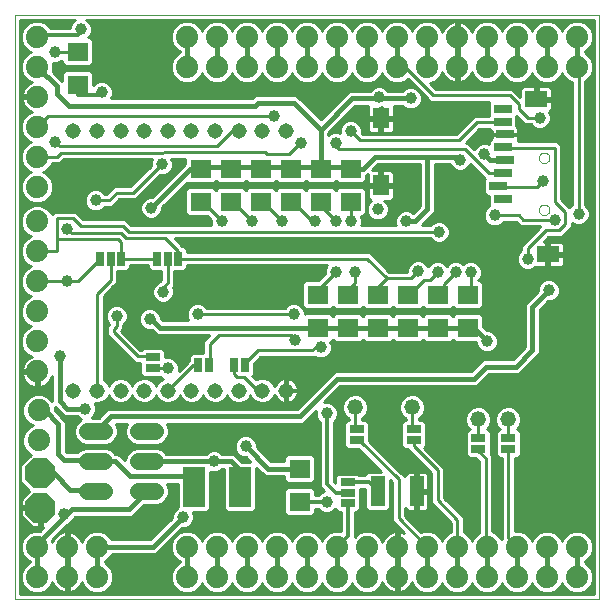
<source format=gbl>
G75*
G70*
%OFA0B0*%
%FSLAX24Y24*%
%IPPOS*%
%LPD*%
%AMOC8*
5,1,8,0,0,1.08239X$1,22.5*
%
%ADD10C,0.0000*%
%ADD11C,0.0740*%
%ADD12C,0.0520*%
%ADD13C,0.0515*%
%ADD14R,0.0551X0.0709*%
%ADD15R,0.0748X0.0551*%
%ADD16R,0.0591X0.0315*%
%ADD17C,0.0560*%
%ADD18R,0.0748X0.1339*%
%ADD19OC8,0.1000*%
%ADD20R,0.0472X0.0984*%
%ADD21R,0.0500X0.0250*%
%ADD22R,0.0709X0.0630*%
%ADD23R,0.0250X0.0500*%
%ADD24C,0.0100*%
%ADD25C,0.0160*%
%ADD26C,0.0396*%
%ADD27C,0.0120*%
D10*
X000897Y000806D02*
X000897Y020301D01*
X020382Y020291D01*
X020382Y000806D01*
X000897Y000806D01*
X018370Y013790D02*
X018372Y013816D01*
X018378Y013842D01*
X018388Y013867D01*
X018401Y013890D01*
X018417Y013910D01*
X018437Y013928D01*
X018459Y013943D01*
X018482Y013955D01*
X018508Y013963D01*
X018534Y013967D01*
X018560Y013967D01*
X018586Y013963D01*
X018612Y013955D01*
X018636Y013943D01*
X018657Y013928D01*
X018677Y013910D01*
X018693Y013890D01*
X018706Y013867D01*
X018716Y013842D01*
X018722Y013816D01*
X018724Y013790D01*
X018722Y013764D01*
X018716Y013738D01*
X018706Y013713D01*
X018693Y013690D01*
X018677Y013670D01*
X018657Y013652D01*
X018635Y013637D01*
X018612Y013625D01*
X018586Y013617D01*
X018560Y013613D01*
X018534Y013613D01*
X018508Y013617D01*
X018482Y013625D01*
X018458Y013637D01*
X018437Y013652D01*
X018417Y013670D01*
X018401Y013690D01*
X018388Y013713D01*
X018378Y013738D01*
X018372Y013764D01*
X018370Y013790D01*
X018370Y015522D02*
X018372Y015548D01*
X018378Y015574D01*
X018388Y015599D01*
X018401Y015622D01*
X018417Y015642D01*
X018437Y015660D01*
X018459Y015675D01*
X018482Y015687D01*
X018508Y015695D01*
X018534Y015699D01*
X018560Y015699D01*
X018586Y015695D01*
X018612Y015687D01*
X018636Y015675D01*
X018657Y015660D01*
X018677Y015642D01*
X018693Y015622D01*
X018706Y015599D01*
X018716Y015574D01*
X018722Y015548D01*
X018724Y015522D01*
X018722Y015496D01*
X018716Y015470D01*
X018706Y015445D01*
X018693Y015422D01*
X018677Y015402D01*
X018657Y015384D01*
X018635Y015369D01*
X018612Y015357D01*
X018586Y015349D01*
X018560Y015345D01*
X018534Y015345D01*
X018508Y015349D01*
X018482Y015357D01*
X018458Y015369D01*
X018437Y015384D01*
X018417Y015402D01*
X018401Y015422D01*
X018388Y015445D01*
X018378Y015470D01*
X018372Y015496D01*
X018370Y015522D01*
D11*
X018647Y018556D03*
X017647Y018556D03*
X016647Y018556D03*
X015647Y018556D03*
X014647Y018556D03*
X013647Y018556D03*
X012647Y018556D03*
X011647Y018556D03*
X010647Y018556D03*
X009647Y018556D03*
X008647Y018556D03*
X007647Y018556D03*
X006647Y018556D03*
X006647Y019556D03*
X007647Y019556D03*
X008647Y019556D03*
X009647Y019556D03*
X010647Y019556D03*
X011647Y019556D03*
X012647Y019556D03*
X013647Y019556D03*
X014647Y019556D03*
X015647Y019556D03*
X016647Y019556D03*
X017647Y019556D03*
X018647Y019556D03*
X019647Y019556D03*
X019647Y018556D03*
X019647Y002556D03*
X019647Y001556D03*
X018647Y001556D03*
X017647Y001556D03*
X016647Y001556D03*
X015647Y001556D03*
X014647Y001556D03*
X013647Y001556D03*
X012647Y001556D03*
X011647Y001556D03*
X010647Y001556D03*
X009647Y001556D03*
X008647Y001556D03*
X007647Y001556D03*
X006647Y001556D03*
X006647Y002556D03*
X007647Y002556D03*
X008647Y002556D03*
X009647Y002556D03*
X010647Y002556D03*
X011647Y002556D03*
X012647Y002556D03*
X013647Y002556D03*
X014647Y002556D03*
X015647Y002556D03*
X016647Y002556D03*
X017647Y002556D03*
X018647Y002556D03*
X003647Y002556D03*
X003647Y001556D03*
X002647Y001556D03*
X001647Y001556D03*
X001647Y002556D03*
X002647Y002556D03*
X001697Y006106D03*
X001697Y007106D03*
X001647Y008406D03*
X001647Y009406D03*
X001647Y010406D03*
X001647Y011406D03*
X001647Y012406D03*
X001647Y013406D03*
X001647Y014556D03*
X001647Y015556D03*
X001647Y016556D03*
X001647Y017556D03*
X001647Y018556D03*
X001647Y019556D03*
D12*
X012247Y007206D03*
X014147Y007206D03*
X016347Y006806D03*
X017347Y006806D03*
D13*
X009940Y007768D03*
X009153Y007768D03*
X008366Y007768D03*
X007578Y007768D03*
X006791Y007768D03*
X006003Y007768D03*
X005216Y007768D03*
X004429Y007768D03*
X003641Y007768D03*
X002854Y007768D03*
X002854Y016430D03*
X003641Y016430D03*
X004429Y016430D03*
X005216Y016430D03*
X006003Y016430D03*
X006791Y016430D03*
X007578Y016430D03*
X008366Y016430D03*
X009153Y016430D03*
X009940Y016430D03*
D14*
X013104Y016849D03*
X013104Y014605D03*
D15*
X018282Y017479D03*
X018675Y012302D03*
D16*
X017160Y014137D03*
X017002Y014570D03*
X017160Y015003D03*
X017238Y015436D03*
X017160Y015869D03*
X017238Y016302D03*
X017160Y016735D03*
X017160Y017168D03*
D17*
X005577Y006406D02*
X005017Y006406D01*
X005017Y005406D02*
X005577Y005406D01*
X005577Y004406D02*
X005017Y004406D01*
X003877Y004406D02*
X003317Y004406D01*
X003317Y005406D02*
X003877Y005406D01*
X003877Y006406D02*
X003317Y006406D01*
D18*
X006879Y004556D03*
X008415Y004556D03*
D19*
X001747Y005006D03*
X001747Y003856D03*
D20*
X012997Y004406D03*
X014297Y004406D03*
D21*
X014197Y006129D03*
X014197Y006483D03*
X012297Y006483D03*
X012297Y006129D03*
X011997Y004706D03*
X011997Y004356D03*
X011997Y004006D03*
X016347Y005829D03*
X016347Y006183D03*
X017347Y006183D03*
X017347Y005829D03*
X005497Y008529D03*
X005497Y008883D03*
D22*
X010397Y005157D03*
X010397Y004055D03*
X010997Y009855D03*
X011997Y009855D03*
X012997Y009855D03*
X013997Y009855D03*
X014997Y009855D03*
X015997Y009855D03*
X015997Y010957D03*
X014997Y010957D03*
X013997Y010957D03*
X012997Y010957D03*
X011997Y010957D03*
X010997Y010957D03*
X011097Y014055D03*
X012097Y014055D03*
X012097Y015157D03*
X011097Y015157D03*
X010097Y015157D03*
X009097Y015157D03*
X008097Y015157D03*
X007097Y015157D03*
X007097Y014055D03*
X008097Y014055D03*
X009097Y014055D03*
X010097Y014055D03*
X002997Y017955D03*
X002997Y019057D03*
D23*
X003747Y012156D03*
X004097Y012156D03*
X004447Y012156D03*
X005647Y012156D03*
X005997Y012156D03*
X006347Y012156D03*
X007020Y008606D03*
X007374Y008606D03*
X008220Y008606D03*
X008574Y008606D03*
D24*
X008497Y008606D01*
X008997Y009106D01*
X010797Y009106D01*
X010947Y009206D01*
X011097Y009206D01*
X011445Y009084D02*
X016463Y009084D01*
X016438Y009094D02*
X016574Y009038D01*
X016720Y009038D01*
X016856Y009094D01*
X016959Y009198D01*
X017015Y009333D01*
X017015Y009480D01*
X016959Y009615D01*
X016856Y009718D01*
X016720Y009774D01*
X016632Y009774D01*
X016521Y009885D01*
X016521Y010240D01*
X016422Y010340D01*
X015572Y010340D01*
X015497Y010265D01*
X015422Y010340D01*
X014572Y010340D01*
X014497Y010265D01*
X014422Y010340D01*
X013572Y010340D01*
X013497Y010265D01*
X013422Y010340D01*
X012572Y010340D01*
X012497Y010265D01*
X012422Y010340D01*
X011572Y010340D01*
X011497Y010265D01*
X011422Y010340D01*
X010572Y010340D01*
X010565Y010333D01*
X010565Y010380D01*
X010509Y010515D01*
X010406Y010618D01*
X010270Y010674D01*
X010124Y010674D01*
X009988Y010618D01*
X009896Y010526D01*
X007298Y010526D01*
X007206Y010618D01*
X007070Y010674D01*
X006924Y010674D01*
X006788Y010618D01*
X006685Y010515D01*
X006629Y010380D01*
X006629Y010233D01*
X006681Y010106D01*
X005851Y010106D01*
X005765Y010192D01*
X005765Y010230D01*
X005709Y010365D01*
X006629Y010365D01*
X006629Y010266D02*
X005750Y010266D01*
X005789Y010168D02*
X006656Y010168D01*
X006664Y010464D02*
X005610Y010464D01*
X005606Y010468D02*
X005470Y010524D01*
X005324Y010524D01*
X005188Y010468D01*
X005085Y010365D01*
X004650Y010365D01*
X004665Y010330D02*
X004609Y010465D01*
X004506Y010568D01*
X004370Y010624D01*
X004224Y010624D01*
X004088Y010568D01*
X003985Y010465D01*
X003929Y010330D01*
X003929Y010183D01*
X003985Y010048D01*
X004056Y009977D01*
X003977Y009897D01*
X003977Y009715D01*
X003977Y009615D01*
X004777Y008815D01*
X004906Y008686D01*
X005077Y008686D01*
X005077Y008334D01*
X005177Y008234D01*
X005749Y008234D01*
X005788Y008194D01*
X005852Y008168D01*
X005761Y008130D01*
X005641Y008010D01*
X005610Y007935D01*
X005578Y008010D01*
X005458Y008130D01*
X005301Y008196D01*
X005131Y008196D01*
X004974Y008130D01*
X004854Y008010D01*
X004822Y007935D01*
X004791Y008010D01*
X004671Y008130D01*
X004514Y008196D01*
X004343Y008196D01*
X004186Y008130D01*
X004066Y008010D01*
X004035Y007935D01*
X004003Y008010D01*
X003883Y008130D01*
X003861Y008140D01*
X003861Y010909D01*
X004188Y011236D01*
X004317Y011365D01*
X004317Y011736D01*
X004642Y011736D01*
X004742Y011836D01*
X004742Y011936D01*
X005352Y011936D01*
X005352Y011836D01*
X005452Y011736D01*
X005777Y011736D01*
X005777Y011447D01*
X005740Y011410D01*
X005638Y011368D01*
X005535Y011265D01*
X005479Y011130D01*
X005479Y010983D01*
X005535Y010848D01*
X005638Y010744D01*
X005774Y010688D01*
X005920Y010688D01*
X006056Y010744D01*
X006159Y010848D01*
X006215Y010983D01*
X006215Y011130D01*
X006176Y011224D01*
X006217Y011265D01*
X006217Y011447D01*
X006217Y011736D01*
X006542Y011736D01*
X006642Y011836D01*
X006642Y011936D01*
X011306Y011936D01*
X011285Y011915D01*
X011229Y011780D01*
X011229Y011649D01*
X011022Y011442D01*
X010572Y011442D01*
X010473Y011343D01*
X010473Y010572D01*
X010572Y010473D01*
X011422Y010473D01*
X011497Y010548D01*
X011572Y010473D01*
X012422Y010473D01*
X012497Y010548D01*
X012572Y010473D01*
X013422Y010473D01*
X013497Y010548D01*
X013572Y010473D01*
X014422Y010473D01*
X014497Y010548D01*
X014572Y010473D01*
X015422Y010473D01*
X015497Y010548D01*
X015572Y010473D01*
X016422Y010473D01*
X016521Y010572D01*
X016521Y011343D01*
X016422Y011442D01*
X016354Y011442D01*
X016409Y011498D01*
X016465Y011633D01*
X016465Y011780D01*
X016409Y011915D01*
X016306Y012018D01*
X016170Y012074D01*
X016024Y012074D01*
X015888Y012018D01*
X015847Y011977D01*
X015806Y012018D01*
X015670Y012074D01*
X015524Y012074D01*
X015388Y012018D01*
X015297Y011927D01*
X015206Y012018D01*
X015070Y012074D01*
X014924Y012074D01*
X014788Y012018D01*
X014685Y011915D01*
X014682Y011909D01*
X014659Y011965D01*
X014556Y012068D01*
X014420Y012124D01*
X014274Y012124D01*
X014138Y012068D01*
X014035Y011965D01*
X013979Y011830D01*
X013979Y011726D01*
X013388Y011726D01*
X012867Y012247D01*
X012867Y012247D01*
X012738Y012376D01*
X006642Y012376D01*
X006642Y012477D01*
X006542Y012576D01*
X006488Y012576D01*
X006438Y012626D01*
X006228Y012836D01*
X014746Y012836D01*
X014838Y012744D01*
X014974Y012688D01*
X015120Y012688D01*
X015256Y012744D01*
X015359Y012848D01*
X015415Y012983D01*
X015415Y013130D01*
X015359Y013265D01*
X015256Y013368D01*
X015120Y013424D01*
X014974Y013424D01*
X014838Y013368D01*
X014746Y013276D01*
X014470Y013276D01*
X014789Y013594D01*
X014859Y013665D01*
X014897Y013757D01*
X014897Y015306D01*
X015411Y015306D01*
X015435Y015248D01*
X015538Y015144D01*
X015674Y015088D01*
X015820Y015088D01*
X015956Y015144D01*
X016059Y015248D01*
X016084Y015308D01*
X016477Y014915D01*
X016566Y014826D01*
X016537Y014798D01*
X016537Y014342D01*
X016636Y014242D01*
X016694Y014242D01*
X016694Y013921D01*
X016688Y013918D01*
X016585Y013815D01*
X016529Y013680D01*
X016529Y013533D01*
X016585Y013398D01*
X016688Y013294D01*
X016824Y013238D01*
X016970Y013238D01*
X017106Y013294D01*
X017198Y013386D01*
X017606Y013386D01*
X017627Y013365D01*
X017756Y013236D01*
X018416Y013236D01*
X018377Y013197D01*
X017777Y012597D01*
X017777Y012457D01*
X017685Y012365D01*
X017629Y012230D01*
X017629Y012083D01*
X017685Y011948D01*
X017788Y011844D01*
X017924Y011788D01*
X018070Y011788D01*
X018206Y011844D01*
X018238Y011877D01*
X018239Y011876D01*
X018625Y011876D01*
X018625Y012252D01*
X018725Y012252D01*
X018725Y011876D01*
X019111Y011876D01*
X019199Y011964D01*
X019199Y012252D01*
X018725Y012252D01*
X018725Y012352D01*
X018625Y012352D01*
X018625Y012728D01*
X018529Y012728D01*
X018688Y012886D01*
X018956Y012886D01*
X019138Y012886D01*
X019338Y013086D01*
X019467Y013215D01*
X019467Y013366D01*
X019488Y013344D01*
X019624Y013288D01*
X019770Y013288D01*
X019906Y013344D01*
X020009Y013448D01*
X020065Y013583D01*
X020065Y013730D01*
X020009Y013865D01*
X019917Y013957D01*
X019917Y018084D01*
X019953Y018099D01*
X020105Y018250D01*
X020187Y018449D01*
X020187Y018664D01*
X020105Y018862D01*
X019953Y019014D01*
X019897Y019037D01*
X019897Y019075D01*
X019953Y019099D01*
X020105Y019250D01*
X020187Y019449D01*
X020187Y019664D01*
X020105Y019862D01*
X019953Y020014D01*
X019754Y020096D01*
X019540Y020096D01*
X019341Y020014D01*
X019189Y019862D01*
X019147Y019760D01*
X019105Y019862D01*
X018953Y020014D01*
X018754Y020096D01*
X018540Y020096D01*
X018341Y020014D01*
X018189Y019862D01*
X018147Y019760D01*
X018105Y019862D01*
X017953Y020014D01*
X017754Y020096D01*
X017540Y020096D01*
X017341Y020014D01*
X017189Y019862D01*
X017147Y019760D01*
X017105Y019862D01*
X016953Y020014D01*
X016754Y020096D01*
X016540Y020096D01*
X016341Y020014D01*
X016189Y019862D01*
X016136Y019734D01*
X016088Y019851D01*
X015942Y019997D01*
X015750Y020076D01*
X015697Y020076D01*
X015697Y019606D01*
X015597Y019606D01*
X015597Y020076D01*
X015544Y020076D01*
X015352Y019997D01*
X015206Y019851D01*
X015158Y019734D01*
X015105Y019862D01*
X014953Y020014D01*
X014754Y020096D01*
X014540Y020096D01*
X014341Y020014D01*
X014189Y019862D01*
X014147Y019760D01*
X014105Y019862D01*
X013953Y020014D01*
X013754Y020096D01*
X013540Y020096D01*
X013341Y020014D01*
X013189Y019862D01*
X013147Y019760D01*
X013105Y019862D01*
X012953Y020014D01*
X012754Y020096D01*
X012540Y020096D01*
X012341Y020014D01*
X012189Y019862D01*
X012147Y019760D01*
X012105Y019862D01*
X011953Y020014D01*
X011754Y020096D01*
X011540Y020096D01*
X011341Y020014D01*
X011189Y019862D01*
X011147Y019760D01*
X011105Y019862D01*
X010953Y020014D01*
X010754Y020096D01*
X010540Y020096D01*
X010341Y020014D01*
X010189Y019862D01*
X010147Y019760D01*
X010105Y019862D01*
X009953Y020014D01*
X009754Y020096D01*
X009540Y020096D01*
X009341Y020014D01*
X009189Y019862D01*
X009147Y019760D01*
X009105Y019862D01*
X008953Y020014D01*
X008754Y020096D01*
X008540Y020096D01*
X008341Y020014D01*
X008189Y019862D01*
X008147Y019760D01*
X008105Y019862D01*
X007953Y020014D01*
X007754Y020096D01*
X007540Y020096D01*
X007341Y020014D01*
X007189Y019862D01*
X007147Y019760D01*
X007105Y019862D01*
X006953Y020014D01*
X006754Y020096D01*
X006540Y020096D01*
X006341Y020014D01*
X006189Y019862D01*
X006107Y019664D01*
X006107Y019449D01*
X006189Y019250D01*
X006341Y019099D01*
X006397Y019075D01*
X006397Y019037D01*
X006341Y019014D01*
X006189Y018862D01*
X006107Y018664D01*
X006107Y018449D01*
X006189Y018250D01*
X006341Y018099D01*
X006540Y018016D01*
X006754Y018016D01*
X006953Y018099D01*
X007105Y018250D01*
X007147Y018352D01*
X007189Y018250D01*
X007341Y018099D01*
X007540Y018016D01*
X007754Y018016D01*
X007953Y018099D01*
X008105Y018250D01*
X008147Y018352D01*
X008189Y018250D01*
X008341Y018099D01*
X008540Y018016D01*
X008754Y018016D01*
X008953Y018099D01*
X009105Y018250D01*
X009147Y018352D01*
X009189Y018250D01*
X009341Y018099D01*
X009540Y018016D01*
X009754Y018016D01*
X009953Y018099D01*
X010105Y018250D01*
X010147Y018352D01*
X010189Y018250D01*
X010341Y018099D01*
X010540Y018016D01*
X010754Y018016D01*
X010953Y018099D01*
X011105Y018250D01*
X011147Y018352D01*
X011189Y018250D01*
X011341Y018099D01*
X011540Y018016D01*
X011754Y018016D01*
X011953Y018099D01*
X012105Y018250D01*
X012147Y018352D01*
X012189Y018250D01*
X012341Y018099D01*
X012540Y018016D01*
X012754Y018016D01*
X012953Y018099D01*
X013105Y018250D01*
X013147Y018352D01*
X013189Y018250D01*
X013341Y018099D01*
X013540Y018016D01*
X013754Y018016D01*
X013953Y018099D01*
X013998Y018144D01*
X014627Y017515D01*
X014756Y017386D01*
X016694Y017386D01*
X016694Y016940D01*
X016694Y016926D01*
X016388Y016926D01*
X016206Y016926D01*
X015606Y016326D01*
X012488Y016326D01*
X012465Y016349D01*
X012465Y016480D01*
X012409Y016615D01*
X012306Y016718D01*
X012170Y016774D01*
X012024Y016774D01*
X011888Y016718D01*
X011785Y016615D01*
X011729Y016480D01*
X011729Y016350D01*
X011670Y016374D01*
X011524Y016374D01*
X011388Y016318D01*
X011347Y016277D01*
X011347Y016353D01*
X012251Y017256D01*
X012679Y017256D01*
X012679Y016899D01*
X013054Y016899D01*
X013054Y016799D01*
X012679Y016799D01*
X012679Y016433D01*
X012767Y016345D01*
X013055Y016345D01*
X013055Y016799D01*
X013154Y016799D01*
X013154Y016345D01*
X013442Y016345D01*
X013530Y016433D01*
X013530Y016799D01*
X013155Y016799D01*
X013155Y016899D01*
X013530Y016899D01*
X013530Y017256D01*
X013826Y017256D01*
X013888Y017194D01*
X014024Y017138D01*
X014170Y017138D01*
X014306Y017194D01*
X014409Y017298D01*
X014465Y017433D01*
X014465Y017580D01*
X014409Y017715D01*
X014306Y017818D01*
X014170Y017874D01*
X014024Y017874D01*
X013888Y017818D01*
X013826Y017756D01*
X013363Y017756D01*
X013359Y017765D01*
X013256Y017868D01*
X013120Y017924D01*
X012974Y017924D01*
X012838Y017868D01*
X012735Y017765D01*
X012731Y017756D01*
X012197Y017756D01*
X012097Y017756D01*
X012005Y017718D01*
X011097Y016810D01*
X010339Y017568D01*
X010247Y017606D01*
X010147Y017606D01*
X009047Y017606D01*
X008947Y017606D01*
X008855Y017568D01*
X008793Y017506D01*
X004113Y017506D01*
X004165Y017633D01*
X004165Y017780D01*
X004109Y017915D01*
X004006Y018018D01*
X003870Y018074D01*
X003724Y018074D01*
X003588Y018018D01*
X003521Y017951D01*
X003521Y018340D01*
X003422Y018440D01*
X002572Y018440D01*
X002473Y018340D01*
X002473Y018084D01*
X002164Y018393D01*
X002187Y018449D01*
X002187Y018664D01*
X002177Y018688D01*
X002320Y018688D01*
X002456Y018744D01*
X002473Y018761D01*
X002473Y018672D01*
X002572Y018573D01*
X003422Y018573D01*
X003521Y018672D01*
X003521Y019443D01*
X003422Y019542D01*
X003354Y019542D01*
X003409Y019598D01*
X003465Y019733D01*
X003465Y019880D01*
X003409Y020015D01*
X003306Y020118D01*
X003277Y020130D01*
X020212Y020121D01*
X003300Y020121D01*
X003402Y020022D02*
X006361Y020022D01*
X006251Y019924D02*
X003447Y019924D01*
X003465Y019825D02*
X006174Y019825D01*
X006133Y019727D02*
X003462Y019727D01*
X003422Y019628D02*
X006107Y019628D01*
X006107Y019530D02*
X003435Y019530D01*
X003521Y019431D02*
X006114Y019431D01*
X006155Y019332D02*
X003521Y019332D01*
X003521Y019234D02*
X006206Y019234D01*
X006304Y019135D02*
X003521Y019135D01*
X003521Y019037D02*
X006396Y019037D01*
X006265Y018938D02*
X003521Y018938D01*
X003521Y018840D02*
X006180Y018840D01*
X006139Y018741D02*
X003521Y018741D01*
X003492Y018643D02*
X006107Y018643D01*
X006107Y018544D02*
X002187Y018544D01*
X002186Y018446D02*
X006108Y018446D01*
X006149Y018347D02*
X003515Y018347D01*
X003521Y018248D02*
X006191Y018248D01*
X006290Y018150D02*
X003521Y018150D01*
X003521Y018051D02*
X003668Y018051D01*
X003523Y017953D02*
X003521Y017953D01*
X003926Y018051D02*
X006455Y018051D01*
X006839Y018051D02*
X007455Y018051D01*
X007290Y018150D02*
X007004Y018150D01*
X007103Y018248D02*
X007191Y018248D01*
X007149Y018347D02*
X007145Y018347D01*
X007839Y018051D02*
X008455Y018051D01*
X008290Y018150D02*
X008004Y018150D01*
X008103Y018248D02*
X008191Y018248D01*
X008149Y018347D02*
X008145Y018347D01*
X008839Y018051D02*
X009455Y018051D01*
X009290Y018150D02*
X009004Y018150D01*
X009103Y018248D02*
X009191Y018248D01*
X009149Y018347D02*
X009145Y018347D01*
X009839Y018051D02*
X010455Y018051D01*
X010290Y018150D02*
X010004Y018150D01*
X010103Y018248D02*
X010191Y018248D01*
X010149Y018347D02*
X010145Y018347D01*
X010348Y017559D02*
X011846Y017559D01*
X011944Y017657D02*
X004165Y017657D01*
X004165Y017756D02*
X012096Y017756D01*
X011839Y018051D02*
X012455Y018051D01*
X012290Y018150D02*
X012004Y018150D01*
X012103Y018248D02*
X012191Y018248D01*
X012149Y018347D02*
X012145Y018347D01*
X012839Y018051D02*
X013455Y018051D01*
X013290Y018150D02*
X013004Y018150D01*
X013103Y018248D02*
X013191Y018248D01*
X013149Y018347D02*
X013145Y018347D01*
X013270Y017854D02*
X013975Y017854D01*
X014091Y018051D02*
X013839Y018051D01*
X014189Y017953D02*
X004071Y017953D01*
X004134Y017854D02*
X012824Y017854D01*
X013055Y017188D02*
X013120Y017188D01*
X013154Y017202D01*
X013154Y016899D01*
X013055Y016899D01*
X013055Y017188D01*
X013055Y017164D02*
X013154Y017164D01*
X013154Y017066D02*
X013055Y017066D01*
X013055Y016967D02*
X013154Y016967D01*
X013155Y016869D02*
X016148Y016869D01*
X016050Y016770D02*
X013530Y016770D01*
X013530Y016672D02*
X015951Y016672D01*
X015853Y016573D02*
X013530Y016573D01*
X013530Y016475D02*
X015754Y016475D01*
X015656Y016376D02*
X013473Y016376D01*
X013154Y016376D02*
X013055Y016376D01*
X013055Y016475D02*
X013154Y016475D01*
X013154Y016573D02*
X013055Y016573D01*
X013055Y016672D02*
X013154Y016672D01*
X013154Y016770D02*
X013055Y016770D01*
X013054Y016869D02*
X011863Y016869D01*
X011962Y016967D02*
X012679Y016967D01*
X012679Y017066D02*
X012060Y017066D01*
X012159Y017164D02*
X012679Y017164D01*
X012679Y016770D02*
X012180Y016770D01*
X012014Y016770D02*
X011764Y016770D01*
X011842Y016672D02*
X011666Y016672D01*
X011567Y016573D02*
X011768Y016573D01*
X011729Y016475D02*
X011469Y016475D01*
X011370Y016376D02*
X011729Y016376D01*
X012097Y016406D02*
X012397Y016106D01*
X015697Y016106D01*
X016297Y016706D01*
X017097Y016706D01*
X017160Y016735D01*
X017209Y016331D02*
X016793Y016331D01*
X016793Y016408D01*
X016715Y016486D01*
X016388Y016486D01*
X015928Y016026D01*
X015988Y016026D01*
X016210Y015804D01*
X016235Y015865D01*
X016338Y015968D01*
X016474Y016024D01*
X016620Y016024D01*
X016694Y015994D01*
X016694Y016097D01*
X016793Y016196D01*
X016793Y016273D01*
X017209Y016273D01*
X017209Y016331D01*
X017209Y016278D02*
X016179Y016278D01*
X016278Y016376D02*
X016793Y016376D01*
X016727Y016475D02*
X016376Y016475D01*
X016081Y016179D02*
X016777Y016179D01*
X016694Y016081D02*
X015982Y016081D01*
X016032Y015982D02*
X016371Y015982D01*
X016254Y015883D02*
X016131Y015883D01*
X015897Y015806D02*
X016697Y015006D01*
X017097Y015006D01*
X017160Y015003D01*
X016997Y014606D02*
X017002Y014570D01*
X017097Y014556D01*
X018297Y014556D01*
X018497Y014756D01*
X019117Y014799D02*
X019477Y014799D01*
X019477Y014701D02*
X019117Y014701D01*
X019117Y014602D02*
X019477Y014602D01*
X019477Y014504D02*
X019117Y014504D01*
X019117Y014405D02*
X019477Y014405D01*
X019477Y014307D02*
X019117Y014307D01*
X019117Y014208D02*
X019477Y014208D01*
X019477Y014110D02*
X019155Y014110D01*
X019117Y014147D02*
X019117Y015765D01*
X019117Y015947D01*
X018988Y016076D01*
X017677Y016076D01*
X017684Y016082D01*
X017684Y016273D01*
X017267Y016273D01*
X017267Y016331D01*
X017684Y016331D01*
X017684Y016522D01*
X017625Y016580D01*
X017625Y016917D01*
X017777Y016765D01*
X017906Y016636D01*
X018096Y016636D01*
X018188Y016544D01*
X018324Y016488D01*
X018470Y016488D01*
X018606Y016544D01*
X018709Y016648D01*
X018765Y016783D01*
X018765Y016930D01*
X018714Y017054D01*
X018718Y017054D01*
X018806Y017141D01*
X018806Y017429D01*
X018332Y017429D01*
X018332Y017529D01*
X018806Y017529D01*
X018806Y017817D01*
X018718Y017905D01*
X018332Y017905D01*
X018332Y017529D01*
X018232Y017529D01*
X018232Y017905D01*
X017845Y017905D01*
X017758Y017817D01*
X017758Y017557D01*
X017617Y017697D01*
X017617Y017697D01*
X017488Y017826D01*
X014938Y017826D01*
X014748Y018016D01*
X014754Y018016D01*
X014953Y018099D01*
X015105Y018250D01*
X015158Y018379D01*
X015206Y018262D01*
X015352Y018115D01*
X015544Y018036D01*
X015597Y018036D01*
X015597Y018506D01*
X015697Y018506D01*
X015697Y018036D01*
X015750Y018036D01*
X015942Y018115D01*
X016088Y018262D01*
X016136Y018379D01*
X016189Y018250D01*
X016341Y018099D01*
X016540Y018016D01*
X016754Y018016D01*
X016953Y018099D01*
X017105Y018250D01*
X017147Y018352D01*
X017189Y018250D01*
X017341Y018099D01*
X017540Y018016D01*
X017754Y018016D01*
X017953Y018099D01*
X018105Y018250D01*
X018147Y018352D01*
X018189Y018250D01*
X018341Y018099D01*
X018540Y018016D01*
X018754Y018016D01*
X018953Y018099D01*
X019105Y018250D01*
X019147Y018352D01*
X019189Y018250D01*
X019341Y018099D01*
X019477Y018042D01*
X019477Y013957D01*
X019392Y013872D01*
X019117Y014147D01*
X019253Y014011D02*
X019477Y014011D01*
X019433Y013913D02*
X019352Y013913D01*
X019247Y013706D02*
X018897Y014056D01*
X018897Y015856D01*
X017197Y015856D01*
X017160Y015869D01*
X017267Y016278D02*
X019477Y016278D01*
X019477Y016376D02*
X017684Y016376D01*
X017684Y016475D02*
X019477Y016475D01*
X019477Y016573D02*
X018635Y016573D01*
X018719Y016672D02*
X019477Y016672D01*
X019477Y016770D02*
X018760Y016770D01*
X018765Y016869D02*
X019477Y016869D01*
X019477Y016967D02*
X018749Y016967D01*
X018730Y017066D02*
X019477Y017066D01*
X019477Y017164D02*
X018806Y017164D01*
X018806Y017263D02*
X019477Y017263D01*
X019477Y017362D02*
X018806Y017362D01*
X018806Y017559D02*
X019477Y017559D01*
X019477Y017657D02*
X018806Y017657D01*
X018806Y017756D02*
X019477Y017756D01*
X019477Y017854D02*
X018768Y017854D01*
X018839Y018051D02*
X019455Y018051D01*
X019477Y017953D02*
X014812Y017953D01*
X014839Y018051D02*
X015507Y018051D01*
X015597Y018051D02*
X015697Y018051D01*
X015787Y018051D02*
X016455Y018051D01*
X016290Y018150D02*
X015976Y018150D01*
X016075Y018248D02*
X016191Y018248D01*
X016149Y018347D02*
X016123Y018347D01*
X015697Y018347D02*
X015597Y018347D01*
X015597Y018248D02*
X015697Y018248D01*
X015697Y018150D02*
X015597Y018150D01*
X015318Y018150D02*
X015004Y018150D01*
X015103Y018248D02*
X015219Y018248D01*
X015171Y018347D02*
X015145Y018347D01*
X015597Y018446D02*
X015697Y018446D01*
X015697Y018606D02*
X015597Y018606D01*
X015597Y019076D01*
X015597Y019506D01*
X015697Y019506D01*
X015697Y019076D01*
X015697Y018606D01*
X015697Y018643D02*
X015597Y018643D01*
X015597Y018741D02*
X015697Y018741D01*
X015697Y018840D02*
X015597Y018840D01*
X015597Y018938D02*
X015697Y018938D01*
X015697Y019037D02*
X015597Y019037D01*
X015597Y019135D02*
X015697Y019135D01*
X015697Y019234D02*
X015597Y019234D01*
X015597Y019332D02*
X015697Y019332D01*
X015697Y019431D02*
X015597Y019431D01*
X015597Y019628D02*
X015697Y019628D01*
X015697Y019727D02*
X015597Y019727D01*
X015597Y019825D02*
X015697Y019825D01*
X015697Y019924D02*
X015597Y019924D01*
X015597Y020022D02*
X015697Y020022D01*
X015881Y020022D02*
X016361Y020022D01*
X016251Y019924D02*
X016015Y019924D01*
X016098Y019825D02*
X016174Y019825D01*
X016933Y020022D02*
X017361Y020022D01*
X017251Y019924D02*
X017043Y019924D01*
X017120Y019825D02*
X017174Y019825D01*
X017933Y020022D02*
X018361Y020022D01*
X018251Y019924D02*
X018043Y019924D01*
X018120Y019825D02*
X018174Y019825D01*
X018933Y020022D02*
X019361Y020022D01*
X019251Y019924D02*
X019043Y019924D01*
X019120Y019825D02*
X019174Y019825D01*
X019933Y020022D02*
X020212Y020022D01*
X020212Y019924D02*
X020043Y019924D01*
X020120Y019825D02*
X020212Y019825D01*
X020212Y019727D02*
X020161Y019727D01*
X020187Y019628D02*
X020212Y019628D01*
X020212Y019530D02*
X020187Y019530D01*
X020180Y019431D02*
X020212Y019431D01*
X020212Y019332D02*
X020139Y019332D01*
X020088Y019234D02*
X020212Y019234D01*
X020212Y019135D02*
X019990Y019135D01*
X019898Y019037D02*
X020212Y019037D01*
X020212Y018938D02*
X020029Y018938D01*
X020114Y018840D02*
X020212Y018840D01*
X020212Y018741D02*
X020155Y018741D01*
X020187Y018643D02*
X020212Y018643D01*
X020212Y018544D02*
X020187Y018544D01*
X020186Y018446D02*
X020212Y018446D01*
X020212Y018347D02*
X020145Y018347D01*
X020103Y018248D02*
X020212Y018248D01*
X020212Y018150D02*
X020004Y018150D01*
X019917Y018051D02*
X020212Y018051D01*
X020212Y017953D02*
X019917Y017953D01*
X019917Y017854D02*
X020212Y017854D01*
X020212Y017756D02*
X019917Y017756D01*
X019917Y017657D02*
X020212Y017657D01*
X020212Y017559D02*
X019917Y017559D01*
X019917Y017460D02*
X020212Y017460D01*
X020212Y017362D02*
X019917Y017362D01*
X019917Y017263D02*
X020212Y017263D01*
X020212Y017164D02*
X019917Y017164D01*
X019917Y017066D02*
X020212Y017066D01*
X020212Y016967D02*
X019917Y016967D01*
X019917Y016869D02*
X020212Y016869D01*
X020212Y016770D02*
X019917Y016770D01*
X019917Y016672D02*
X020212Y016672D01*
X020212Y016573D02*
X019917Y016573D01*
X019917Y016475D02*
X020212Y016475D01*
X020212Y016376D02*
X019917Y016376D01*
X019917Y016278D02*
X020212Y016278D01*
X020212Y016179D02*
X019917Y016179D01*
X019917Y016081D02*
X020212Y016081D01*
X020212Y015982D02*
X019917Y015982D01*
X019917Y015883D02*
X020212Y015883D01*
X020212Y015785D02*
X019917Y015785D01*
X019917Y015686D02*
X020212Y015686D01*
X020212Y015588D02*
X019917Y015588D01*
X019917Y015489D02*
X020212Y015489D01*
X020212Y015391D02*
X019917Y015391D01*
X019917Y015292D02*
X020212Y015292D01*
X020212Y015194D02*
X019917Y015194D01*
X019917Y015095D02*
X020212Y015095D01*
X020212Y014997D02*
X019917Y014997D01*
X019917Y014898D02*
X020212Y014898D01*
X020212Y014799D02*
X019917Y014799D01*
X019917Y014701D02*
X020212Y014701D01*
X020212Y014602D02*
X019917Y014602D01*
X019917Y014504D02*
X020212Y014504D01*
X020212Y014405D02*
X019917Y014405D01*
X019917Y014307D02*
X020212Y014307D01*
X020212Y014208D02*
X019917Y014208D01*
X019917Y014110D02*
X020212Y014110D01*
X020212Y014011D02*
X019917Y014011D01*
X019961Y013913D02*
X020212Y013913D01*
X020212Y013814D02*
X020030Y013814D01*
X020065Y013715D02*
X020212Y013715D01*
X020212Y013617D02*
X020065Y013617D01*
X020038Y013518D02*
X020212Y013518D01*
X020212Y013420D02*
X019981Y013420D01*
X019850Y013321D02*
X020212Y013321D01*
X020212Y013223D02*
X019467Y013223D01*
X019467Y013321D02*
X019544Y013321D01*
X019376Y013124D02*
X020212Y013124D01*
X020212Y013026D02*
X019277Y013026D01*
X019179Y012927D02*
X020212Y012927D01*
X020212Y012829D02*
X018630Y012829D01*
X018725Y012728D02*
X018725Y012352D01*
X019199Y012352D01*
X019199Y012640D01*
X019111Y012728D01*
X018725Y012728D01*
X018725Y012631D02*
X018625Y012631D01*
X018625Y012533D02*
X018725Y012533D01*
X018725Y012434D02*
X018625Y012434D01*
X018725Y012336D02*
X020212Y012336D01*
X020212Y012434D02*
X019199Y012434D01*
X019199Y012533D02*
X020212Y012533D01*
X020212Y012631D02*
X019199Y012631D01*
X019199Y012237D02*
X020212Y012237D01*
X020212Y012139D02*
X019199Y012139D01*
X019199Y012040D02*
X020212Y012040D01*
X020212Y011942D02*
X019177Y011942D01*
X018725Y011942D02*
X018625Y011942D01*
X018625Y012040D02*
X018725Y012040D01*
X018725Y012139D02*
X018625Y012139D01*
X018625Y012237D02*
X018725Y012237D01*
X018532Y012730D02*
X020212Y012730D01*
X020212Y011843D02*
X018203Y011843D01*
X017997Y012156D02*
X017997Y012506D01*
X018597Y013106D01*
X019047Y013106D01*
X019247Y013306D01*
X019247Y013706D01*
X018897Y013456D02*
X017847Y013456D01*
X017697Y013606D01*
X016897Y013606D01*
X017133Y013321D02*
X017671Y013321D01*
X018107Y012927D02*
X015392Y012927D01*
X015415Y013026D02*
X018205Y013026D01*
X018304Y013124D02*
X015415Y013124D01*
X015376Y013223D02*
X018402Y013223D01*
X018008Y012829D02*
X015340Y012829D01*
X015221Y012730D02*
X017910Y012730D01*
X017811Y012631D02*
X006433Y012631D01*
X006334Y012730D02*
X014873Y012730D01*
X014754Y012829D02*
X006236Y012829D01*
X005897Y012856D02*
X006347Y012406D01*
X006347Y012156D01*
X012647Y012156D01*
X013297Y011506D01*
X012947Y011156D01*
X012947Y011007D01*
X012997Y010957D01*
X012997Y011006D01*
X013297Y011506D02*
X014097Y011506D01*
X014347Y011756D01*
X014546Y011456D02*
X014546Y011455D01*
X014297Y011206D01*
X013997Y010957D01*
X014546Y011456D02*
X014747Y011456D01*
X014997Y011706D01*
X014712Y011942D02*
X014669Y011942D01*
X014584Y012040D02*
X014841Y012040D01*
X015153Y012040D02*
X015441Y012040D01*
X015312Y011942D02*
X015282Y011942D01*
X015597Y011706D02*
X015197Y011306D01*
X015197Y011106D01*
X015097Y011006D01*
X014997Y011006D01*
X014997Y010957D01*
X015495Y010266D02*
X015499Y010266D01*
X015997Y010957D02*
X015997Y011006D01*
X016097Y011006D01*
X016097Y011706D01*
X016360Y011449D02*
X018562Y011449D01*
X018624Y011474D02*
X018488Y011418D01*
X018385Y011315D01*
X018329Y011180D01*
X018329Y011092D01*
X017935Y010698D01*
X017897Y010606D01*
X017897Y010507D01*
X017897Y009210D01*
X017494Y008806D01*
X016547Y008806D01*
X016455Y008768D01*
X016385Y008698D01*
X016093Y008406D01*
X011697Y008406D01*
X011597Y008406D01*
X011505Y008368D01*
X010293Y007156D01*
X004147Y007156D01*
X004047Y007156D01*
X003955Y007118D01*
X003694Y006856D01*
X003468Y006856D01*
X003559Y006948D01*
X003615Y007083D01*
X003615Y007230D01*
X003569Y007341D01*
X003726Y007341D01*
X003883Y007406D01*
X004003Y007526D01*
X004035Y007602D01*
X004066Y007526D01*
X004186Y007406D01*
X004343Y007341D01*
X004514Y007341D01*
X004671Y007406D01*
X004791Y007526D01*
X004822Y007602D01*
X004854Y007526D01*
X004974Y007406D01*
X005131Y007341D01*
X005301Y007341D01*
X005458Y007406D01*
X005578Y007526D01*
X005610Y007602D01*
X005641Y007526D01*
X005761Y007406D01*
X005918Y007341D01*
X006088Y007341D01*
X006245Y007406D01*
X006366Y007526D01*
X006397Y007602D01*
X006428Y007526D01*
X006549Y007406D01*
X006706Y007341D01*
X006876Y007341D01*
X007033Y007406D01*
X007153Y007526D01*
X007184Y007602D01*
X007216Y007526D01*
X007336Y007406D01*
X007493Y007341D01*
X007663Y007341D01*
X007820Y007406D01*
X007940Y007526D01*
X007972Y007602D01*
X008003Y007526D01*
X008123Y007406D01*
X008280Y007341D01*
X008451Y007341D01*
X008608Y007406D01*
X008728Y007526D01*
X008759Y007602D01*
X008791Y007526D01*
X008911Y007406D01*
X009068Y007341D01*
X009238Y007341D01*
X009395Y007406D01*
X009515Y007526D01*
X009557Y007628D01*
X009595Y007537D01*
X009709Y007423D01*
X009859Y007361D01*
X009911Y007361D01*
X009911Y007739D01*
X009969Y007739D01*
X009969Y007361D01*
X010021Y007361D01*
X010171Y007423D01*
X010286Y007537D01*
X010348Y007687D01*
X010348Y007739D01*
X009969Y007739D01*
X009969Y007797D01*
X009911Y007797D01*
X009911Y008176D01*
X009859Y008176D01*
X009709Y008114D01*
X009595Y007999D01*
X009557Y007908D01*
X009515Y008010D01*
X009395Y008130D01*
X009238Y008196D01*
X009068Y008196D01*
X008927Y008137D01*
X008824Y008241D01*
X008869Y008286D01*
X008869Y008667D01*
X009088Y008886D01*
X010775Y008886D01*
X010843Y008873D01*
X010864Y008886D01*
X010888Y008886D01*
X010894Y008892D01*
X011024Y008838D01*
X011170Y008838D01*
X011306Y008894D01*
X011409Y008998D01*
X011465Y009133D01*
X011465Y009280D01*
X011426Y009374D01*
X011497Y009445D01*
X011572Y009370D01*
X012422Y009370D01*
X012497Y009445D01*
X012572Y009370D01*
X013422Y009370D01*
X013497Y009445D01*
X013572Y009370D01*
X014422Y009370D01*
X014497Y009445D01*
X014572Y009370D01*
X015422Y009370D01*
X015497Y009445D01*
X015572Y009370D01*
X016279Y009370D01*
X016279Y009333D01*
X016335Y009198D01*
X016438Y009094D01*
X016350Y009182D02*
X011465Y009182D01*
X011464Y009281D02*
X016300Y009281D01*
X016504Y008788D02*
X008990Y008788D01*
X008892Y008690D02*
X016377Y008690D01*
X016278Y008591D02*
X008869Y008591D01*
X008869Y008493D02*
X016180Y008493D01*
X016493Y008099D02*
X020212Y008099D01*
X020212Y008197D02*
X016591Y008197D01*
X016690Y008296D02*
X020212Y008296D01*
X020212Y008394D02*
X017788Y008394D01*
X017809Y008415D02*
X017809Y008415D01*
X018289Y008894D01*
X018359Y008965D01*
X018397Y009057D01*
X018397Y010453D01*
X018682Y010738D01*
X018770Y010738D01*
X018906Y010794D01*
X019009Y010898D01*
X019065Y011033D01*
X019065Y011180D01*
X019009Y011315D01*
X018906Y011418D01*
X018770Y011474D01*
X018624Y011474D01*
X018832Y011449D02*
X020212Y011449D01*
X020212Y011548D02*
X016430Y011548D01*
X016465Y011646D02*
X020212Y011646D01*
X020212Y011745D02*
X016465Y011745D01*
X016439Y011843D02*
X017791Y011843D01*
X017691Y011942D02*
X016382Y011942D01*
X016253Y012040D02*
X017647Y012040D01*
X017629Y012139D02*
X012976Y012139D01*
X013074Y012040D02*
X014110Y012040D01*
X014025Y011942D02*
X013173Y011942D01*
X013271Y011843D02*
X013985Y011843D01*
X013979Y011745D02*
X013370Y011745D01*
X013388Y011726D02*
X013388Y011726D01*
X012877Y012237D02*
X017632Y012237D01*
X017673Y012336D02*
X012779Y012336D01*
X012247Y011706D02*
X012247Y011356D01*
X012097Y011206D01*
X011997Y011206D01*
X011997Y010957D01*
X011499Y010266D02*
X011495Y010266D01*
X010997Y010957D02*
X010997Y011206D01*
X011097Y011206D01*
X011597Y011706D01*
X011255Y011843D02*
X006642Y011843D01*
X006551Y011745D02*
X011229Y011745D01*
X011226Y011646D02*
X006217Y011646D01*
X006217Y011548D02*
X011127Y011548D01*
X011029Y011449D02*
X006217Y011449D01*
X006217Y011350D02*
X010480Y011350D01*
X010473Y011252D02*
X006204Y011252D01*
X006205Y011153D02*
X010473Y011153D01*
X010473Y011055D02*
X006215Y011055D01*
X006204Y010956D02*
X010473Y010956D01*
X010473Y010858D02*
X006163Y010858D01*
X006070Y010759D02*
X010473Y010759D01*
X010473Y010661D02*
X010303Y010661D01*
X010462Y010562D02*
X010483Y010562D01*
X010530Y010464D02*
X017897Y010464D01*
X017897Y010562D02*
X016511Y010562D01*
X016521Y010661D02*
X017920Y010661D01*
X017996Y010759D02*
X016521Y010759D01*
X016521Y010858D02*
X018095Y010858D01*
X018194Y010956D02*
X016521Y010956D01*
X016521Y011055D02*
X018292Y011055D01*
X018329Y011153D02*
X016521Y011153D01*
X016521Y011252D02*
X018359Y011252D01*
X018421Y011350D02*
X016514Y011350D01*
X015941Y012040D02*
X015753Y012040D01*
X015047Y012956D02*
X015047Y013056D01*
X014947Y013056D02*
X015047Y012956D01*
X014947Y013056D02*
X004697Y013056D01*
X004497Y013256D01*
X003097Y013256D01*
X002847Y013506D01*
X002297Y013506D01*
X002297Y012806D01*
X004347Y012806D01*
X004447Y012706D01*
X004447Y012156D01*
X005647Y012156D01*
X005352Y011843D02*
X004742Y011843D01*
X004651Y011745D02*
X005443Y011745D01*
X005777Y011646D02*
X004317Y011646D01*
X004317Y011548D02*
X005777Y011548D01*
X005777Y011449D02*
X004317Y011449D01*
X004302Y011350D02*
X005621Y011350D01*
X005530Y011252D02*
X004204Y011252D01*
X004105Y011153D02*
X005489Y011153D01*
X005479Y011055D02*
X004007Y011055D01*
X003908Y010956D02*
X005490Y010956D01*
X005531Y010858D02*
X003861Y010858D01*
X003861Y010759D02*
X005624Y010759D01*
X005606Y010468D02*
X005709Y010365D01*
X005184Y010464D02*
X004610Y010464D01*
X004512Y010562D02*
X006732Y010562D01*
X006891Y010661D02*
X003861Y010661D01*
X003861Y010562D02*
X004082Y010562D01*
X003984Y010464D02*
X003861Y010464D01*
X003861Y010365D02*
X003944Y010365D01*
X003929Y010266D02*
X003861Y010266D01*
X003861Y010168D02*
X003935Y010168D01*
X003976Y010069D02*
X003861Y010069D01*
X003861Y009971D02*
X004050Y009971D01*
X003977Y009872D02*
X003861Y009872D01*
X003861Y009774D02*
X003977Y009774D01*
X003977Y009675D02*
X003861Y009675D01*
X003861Y009577D02*
X004016Y009577D01*
X004114Y009478D02*
X003861Y009478D01*
X003861Y009380D02*
X004213Y009380D01*
X004311Y009281D02*
X003861Y009281D01*
X003861Y009182D02*
X004410Y009182D01*
X004508Y009084D02*
X003861Y009084D01*
X003861Y008985D02*
X004607Y008985D01*
X004705Y008887D02*
X003861Y008887D01*
X003861Y008788D02*
X004804Y008788D01*
X004777Y008815D02*
X004777Y008815D01*
X004902Y008690D02*
X003861Y008690D01*
X003861Y008591D02*
X005077Y008591D01*
X005077Y008493D02*
X003861Y008493D01*
X003861Y008394D02*
X005077Y008394D01*
X005115Y008296D02*
X003861Y008296D01*
X003861Y008197D02*
X005786Y008197D01*
X005729Y008099D02*
X005490Y008099D01*
X005583Y008000D02*
X005637Y008000D01*
X006003Y007768D02*
X006047Y007806D01*
X006847Y008606D01*
X007020Y008606D01*
X007374Y008606D02*
X007397Y008606D01*
X007397Y009306D01*
X007697Y009606D01*
X010097Y009606D01*
X010247Y009456D01*
X010889Y008887D02*
X010906Y008887D01*
X011288Y008887D02*
X017574Y008887D01*
X017673Y008985D02*
X011397Y008985D01*
X011431Y009380D02*
X011563Y009380D01*
X012431Y009380D02*
X012563Y009380D01*
X013431Y009380D02*
X013563Y009380D01*
X014431Y009380D02*
X014563Y009380D01*
X015431Y009380D02*
X015563Y009380D01*
X016534Y009872D02*
X017897Y009872D01*
X017897Y009774D02*
X016722Y009774D01*
X016899Y009675D02*
X017897Y009675D01*
X017897Y009577D02*
X016975Y009577D01*
X017015Y009478D02*
X017897Y009478D01*
X017897Y009380D02*
X017015Y009380D01*
X016994Y009281D02*
X017897Y009281D01*
X017870Y009182D02*
X016944Y009182D01*
X016831Y009084D02*
X017771Y009084D01*
X018084Y008690D02*
X020212Y008690D01*
X020212Y008788D02*
X018182Y008788D01*
X018281Y008887D02*
X020212Y008887D01*
X020212Y008985D02*
X018367Y008985D01*
X018397Y009084D02*
X020212Y009084D01*
X020212Y009182D02*
X018397Y009182D01*
X018397Y009281D02*
X020212Y009281D01*
X020212Y009380D02*
X018397Y009380D01*
X018397Y009478D02*
X020212Y009478D01*
X020212Y009577D02*
X018397Y009577D01*
X018397Y009675D02*
X020212Y009675D01*
X020212Y009774D02*
X018397Y009774D01*
X018397Y009872D02*
X020212Y009872D01*
X020212Y009971D02*
X018397Y009971D01*
X018397Y010069D02*
X020212Y010069D01*
X020212Y010168D02*
X018397Y010168D01*
X018397Y010266D02*
X020212Y010266D01*
X020212Y010365D02*
X018397Y010365D01*
X018408Y010464D02*
X020212Y010464D01*
X020212Y010562D02*
X018506Y010562D01*
X018605Y010661D02*
X020212Y010661D01*
X020212Y010759D02*
X018821Y010759D01*
X018969Y010858D02*
X020212Y010858D01*
X020212Y010956D02*
X019033Y010956D01*
X019065Y011055D02*
X020212Y011055D01*
X020212Y011153D02*
X019065Y011153D01*
X019035Y011252D02*
X020212Y011252D01*
X020212Y011350D02*
X018973Y011350D01*
X017897Y010365D02*
X010565Y010365D01*
X010197Y010306D02*
X006997Y010306D01*
X007262Y010562D02*
X009932Y010562D01*
X010091Y010661D02*
X007103Y010661D01*
X007386Y009606D02*
X007177Y009397D01*
X007177Y009215D01*
X007177Y009026D01*
X006824Y009026D01*
X006725Y008927D01*
X006725Y008795D01*
X006627Y008697D01*
X006365Y008435D01*
X006365Y008580D01*
X006309Y008715D01*
X006206Y008818D01*
X006070Y008874D01*
X005924Y008874D01*
X005917Y008872D01*
X005917Y009079D01*
X005817Y009178D01*
X005177Y009178D01*
X005124Y009126D01*
X005088Y009126D01*
X004458Y009756D01*
X004517Y009815D01*
X004517Y009956D01*
X004609Y010048D01*
X004665Y010183D01*
X004665Y010330D01*
X004665Y010266D02*
X005044Y010266D01*
X005029Y010230D02*
X005029Y010083D01*
X005085Y009948D01*
X005188Y009844D01*
X005324Y009788D01*
X005462Y009788D01*
X005535Y009715D01*
X005605Y009644D01*
X005697Y009606D01*
X007386Y009606D01*
X007356Y009577D02*
X004638Y009577D01*
X004539Y009675D02*
X005575Y009675D01*
X005476Y009774D02*
X004476Y009774D01*
X004517Y009872D02*
X005160Y009872D01*
X005075Y009971D02*
X004532Y009971D01*
X004618Y010069D02*
X005035Y010069D01*
X005029Y010168D02*
X004659Y010168D01*
X004297Y010256D02*
X004297Y009906D01*
X004197Y009806D01*
X004197Y009706D01*
X004997Y008906D01*
X005497Y008906D01*
X005497Y008883D01*
X005497Y008529D02*
X005497Y008506D01*
X005997Y008506D01*
X006365Y008493D02*
X006422Y008493D01*
X006360Y008591D02*
X006521Y008591D01*
X006619Y008690D02*
X006319Y008690D01*
X006236Y008788D02*
X006718Y008788D01*
X006725Y008887D02*
X005917Y008887D01*
X005917Y008985D02*
X006784Y008985D01*
X007177Y009084D02*
X005912Y009084D01*
X005032Y009182D02*
X007177Y009182D01*
X007177Y009281D02*
X004933Y009281D01*
X004835Y009380D02*
X007177Y009380D01*
X007258Y009478D02*
X004736Y009478D01*
X005029Y010230D02*
X005085Y010365D01*
X005847Y011056D02*
X005847Y011206D01*
X005997Y011356D01*
X005997Y012156D01*
X006586Y012533D02*
X017777Y012533D01*
X017755Y012434D02*
X006642Y012434D01*
X005897Y012856D02*
X004597Y012856D01*
X004447Y013006D01*
X002797Y013006D01*
X002647Y013156D01*
X002297Y012806D02*
X002297Y012406D01*
X001647Y012406D01*
X001443Y011906D02*
X001341Y011864D01*
X001189Y011712D01*
X001107Y011514D01*
X001107Y011299D01*
X001189Y011100D01*
X001341Y010949D01*
X001443Y010906D01*
X001341Y010864D01*
X001189Y010712D01*
X001107Y010514D01*
X001107Y010299D01*
X001189Y010100D01*
X001341Y009949D01*
X001443Y009906D01*
X001341Y009864D01*
X001189Y009712D01*
X001107Y009514D01*
X001107Y009299D01*
X001189Y009100D01*
X001341Y008949D01*
X001469Y008895D01*
X001352Y008847D01*
X001206Y008701D01*
X001127Y008510D01*
X001127Y008456D01*
X001597Y008456D01*
X001597Y008356D01*
X001697Y008356D01*
X001697Y007886D01*
X001750Y007886D01*
X001942Y007965D01*
X002088Y008112D01*
X002147Y008255D01*
X002147Y007456D01*
X002147Y007420D01*
X002003Y007564D01*
X001804Y007646D01*
X001590Y007646D01*
X001391Y007564D01*
X001239Y007412D01*
X001157Y007214D01*
X001157Y006999D01*
X001239Y006800D01*
X001391Y006649D01*
X001493Y006606D01*
X001391Y006564D01*
X001239Y006412D01*
X001157Y006214D01*
X001157Y005999D01*
X001239Y005800D01*
X001391Y005649D01*
X001427Y005634D01*
X001077Y005284D01*
X001077Y004729D01*
X001389Y004417D01*
X001097Y004126D01*
X001097Y003906D01*
X001697Y003906D01*
X001697Y003806D01*
X001797Y003806D01*
X001797Y003206D01*
X001844Y003206D01*
X001734Y003096D01*
X001540Y003096D01*
X001341Y003014D01*
X001189Y002862D01*
X001107Y002664D01*
X001107Y002449D01*
X001189Y002250D01*
X001341Y002099D01*
X001397Y002075D01*
X001397Y002037D01*
X001341Y002014D01*
X001189Y001862D01*
X001107Y001664D01*
X001107Y001449D01*
X001189Y001250D01*
X001341Y001099D01*
X001540Y001016D01*
X001754Y001016D01*
X001953Y001099D01*
X002105Y001250D01*
X002158Y001379D01*
X002206Y001262D01*
X002352Y001115D01*
X002544Y001036D01*
X002597Y001036D01*
X002597Y001506D01*
X002697Y001506D01*
X002697Y001036D01*
X002750Y001036D01*
X002942Y001115D01*
X003088Y001262D01*
X003136Y001379D01*
X003189Y001250D01*
X003341Y001099D01*
X003540Y001016D01*
X003754Y001016D01*
X003953Y001099D01*
X004105Y001250D01*
X004187Y001449D01*
X004187Y001664D01*
X004105Y001862D01*
X003953Y002014D01*
X003897Y002037D01*
X003897Y002075D01*
X003953Y002099D01*
X004105Y002250D01*
X004128Y002306D01*
X005465Y002306D01*
X005564Y002306D01*
X005656Y002344D01*
X006491Y003179D01*
X006579Y003179D01*
X006714Y003235D01*
X006818Y003339D01*
X006874Y003474D01*
X006874Y003621D01*
X006834Y003717D01*
X007324Y003717D01*
X007423Y003817D01*
X007423Y005059D01*
X007474Y005038D01*
X007620Y005038D01*
X007756Y005094D01*
X007818Y005156D01*
X007871Y005156D01*
X007871Y003817D01*
X007970Y003717D01*
X008859Y003717D01*
X008959Y003817D01*
X008959Y005191D01*
X009135Y005015D01*
X009205Y004944D01*
X009297Y004906D01*
X009873Y004906D01*
X009873Y004772D01*
X009972Y004673D01*
X010822Y004673D01*
X010921Y004772D01*
X010921Y005543D01*
X010822Y005642D01*
X009972Y005642D01*
X009873Y005543D01*
X009873Y005406D01*
X009451Y005406D01*
X008965Y005892D01*
X008965Y005980D01*
X008909Y006115D01*
X008806Y006218D01*
X008670Y006274D01*
X008524Y006274D01*
X008388Y006218D01*
X008285Y006115D01*
X008229Y005980D01*
X008229Y005833D01*
X008285Y005698D01*
X008388Y005594D01*
X008524Y005538D01*
X008612Y005538D01*
X008754Y005396D01*
X008461Y005396D01*
X008239Y005618D01*
X008147Y005656D01*
X008047Y005656D01*
X007818Y005656D01*
X007756Y005718D01*
X007620Y005774D01*
X007474Y005774D01*
X007338Y005718D01*
X007276Y005656D01*
X005960Y005656D01*
X005958Y005661D01*
X005832Y005788D01*
X005666Y005856D01*
X004927Y005856D01*
X004762Y005788D01*
X004636Y005661D01*
X004567Y005496D01*
X004567Y005440D01*
X004389Y005618D01*
X004297Y005656D01*
X004260Y005656D01*
X004258Y005661D01*
X004132Y005788D01*
X003966Y005856D01*
X003227Y005856D01*
X003062Y005788D01*
X002981Y005706D01*
X002651Y005706D01*
X002597Y005760D01*
X002597Y006706D01*
X002559Y006798D01*
X002489Y006868D01*
X002237Y007120D01*
X002237Y007213D01*
X002435Y007015D01*
X002505Y006944D01*
X002597Y006906D01*
X002976Y006906D01*
X003038Y006844D01*
X003118Y006811D01*
X003062Y006788D01*
X002936Y006661D01*
X002867Y006496D01*
X002867Y006317D01*
X002936Y006151D01*
X003062Y006025D01*
X003227Y005956D01*
X003966Y005956D01*
X004132Y006025D01*
X004258Y006151D01*
X004327Y006317D01*
X004327Y006496D01*
X004260Y006656D01*
X004634Y006656D01*
X004567Y006496D01*
X004567Y006317D01*
X004636Y006151D01*
X004762Y006025D01*
X004927Y005956D01*
X005666Y005956D01*
X005832Y006025D01*
X005958Y006151D01*
X006027Y006317D01*
X006027Y006496D01*
X005960Y006656D01*
X010347Y006656D01*
X010447Y006656D01*
X010539Y006694D01*
X010933Y007088D01*
X010929Y007080D01*
X010929Y006933D01*
X010985Y006798D01*
X011067Y006716D01*
X011067Y004752D01*
X011067Y004561D01*
X011210Y004419D01*
X011088Y004368D01*
X011006Y004286D01*
X010921Y004286D01*
X010921Y004440D01*
X010822Y004540D01*
X009972Y004540D01*
X009873Y004440D01*
X009873Y003670D01*
X009972Y003570D01*
X010822Y003570D01*
X010921Y003670D01*
X010921Y003826D01*
X011006Y003826D01*
X011088Y003744D01*
X011224Y003688D01*
X011370Y003688D01*
X011506Y003744D01*
X011577Y003816D01*
X011577Y003811D01*
X011677Y003711D01*
X011767Y003711D01*
X011767Y003091D01*
X011754Y003096D01*
X011540Y003096D01*
X011341Y003014D01*
X011189Y002862D01*
X011147Y002760D01*
X011105Y002862D01*
X010953Y003014D01*
X010754Y003096D01*
X010540Y003096D01*
X010341Y003014D01*
X010189Y002862D01*
X010147Y002760D01*
X010105Y002862D01*
X009953Y003014D01*
X009754Y003096D01*
X009540Y003096D01*
X009341Y003014D01*
X009189Y002862D01*
X009147Y002760D01*
X009105Y002862D01*
X008953Y003014D01*
X008754Y003096D01*
X008540Y003096D01*
X008341Y003014D01*
X008189Y002862D01*
X008147Y002760D01*
X008105Y002862D01*
X007953Y003014D01*
X007754Y003096D01*
X007540Y003096D01*
X007341Y003014D01*
X007189Y002862D01*
X007147Y002760D01*
X007105Y002862D01*
X006953Y003014D01*
X006754Y003096D01*
X006540Y003096D01*
X006341Y003014D01*
X006189Y002862D01*
X006107Y002664D01*
X006107Y002449D01*
X006189Y002250D01*
X006341Y002099D01*
X006397Y002075D01*
X006397Y002037D01*
X006341Y002014D01*
X006189Y001862D01*
X006107Y001664D01*
X006107Y001449D01*
X006189Y001250D01*
X006341Y001099D01*
X006540Y001016D01*
X006754Y001016D01*
X006953Y001099D01*
X007105Y001250D01*
X007147Y001352D01*
X007189Y001250D01*
X007341Y001099D01*
X007540Y001016D01*
X007754Y001016D01*
X007953Y001099D01*
X008105Y001250D01*
X008147Y001352D01*
X008189Y001250D01*
X008341Y001099D01*
X008540Y001016D01*
X008754Y001016D01*
X008953Y001099D01*
X009105Y001250D01*
X009147Y001352D01*
X009189Y001250D01*
X009341Y001099D01*
X009540Y001016D01*
X009754Y001016D01*
X009953Y001099D01*
X010105Y001250D01*
X010147Y001352D01*
X010189Y001250D01*
X010341Y001099D01*
X010540Y001016D01*
X010754Y001016D01*
X010953Y001099D01*
X011105Y001250D01*
X011147Y001352D01*
X011189Y001250D01*
X011341Y001099D01*
X011540Y001016D01*
X011754Y001016D01*
X011953Y001099D01*
X012105Y001250D01*
X012147Y001352D01*
X012189Y001250D01*
X012341Y001099D01*
X012540Y001016D01*
X012754Y001016D01*
X012953Y001099D01*
X013105Y001250D01*
X013158Y001379D01*
X013206Y001262D01*
X013352Y001115D01*
X013544Y001036D01*
X013597Y001036D01*
X013597Y001506D01*
X013697Y001506D01*
X013697Y001036D01*
X013750Y001036D01*
X013942Y001115D01*
X014088Y001262D01*
X014136Y001379D01*
X014189Y001250D01*
X014341Y001099D01*
X014540Y001016D01*
X014754Y001016D01*
X014953Y001099D01*
X015105Y001250D01*
X015147Y001352D01*
X015189Y001250D01*
X015341Y001099D01*
X015540Y001016D01*
X015754Y001016D01*
X015953Y001099D01*
X016105Y001250D01*
X016147Y001352D01*
X016189Y001250D01*
X016341Y001099D01*
X016540Y001016D01*
X016754Y001016D01*
X016953Y001099D01*
X017105Y001250D01*
X017147Y001352D01*
X017189Y001250D01*
X017341Y001099D01*
X017540Y001016D01*
X017754Y001016D01*
X017953Y001099D01*
X018105Y001250D01*
X018147Y001352D01*
X018189Y001250D01*
X018341Y001099D01*
X018540Y001016D01*
X018754Y001016D01*
X018953Y001099D01*
X019105Y001250D01*
X019147Y001352D01*
X019189Y001250D01*
X019341Y001099D01*
X019540Y001016D01*
X019754Y001016D01*
X019953Y001099D01*
X020105Y001250D01*
X020187Y001449D01*
X020187Y001664D01*
X020105Y001862D01*
X019953Y002014D01*
X019897Y002037D01*
X019897Y002075D01*
X019953Y002099D01*
X020105Y002250D01*
X020187Y002449D01*
X020187Y002664D01*
X020105Y002862D01*
X019953Y003014D01*
X019754Y003096D01*
X019540Y003096D01*
X019341Y003014D01*
X019189Y002862D01*
X019147Y002760D01*
X019105Y002862D01*
X018953Y003014D01*
X018754Y003096D01*
X018540Y003096D01*
X018341Y003014D01*
X018189Y002862D01*
X018147Y002760D01*
X018105Y002862D01*
X017953Y003014D01*
X017754Y003096D01*
X017567Y003096D01*
X017567Y005534D01*
X017667Y005534D01*
X017767Y005634D01*
X017767Y006025D01*
X017767Y006379D01*
X017667Y006478D01*
X017627Y006478D01*
X017711Y006563D01*
X017777Y006721D01*
X017777Y006892D01*
X017711Y007050D01*
X017591Y007171D01*
X017433Y007236D01*
X017261Y007236D01*
X017103Y007171D01*
X016982Y007050D01*
X016917Y006892D01*
X016917Y006721D01*
X016982Y006563D01*
X017067Y006478D01*
X017027Y006478D01*
X016927Y006379D01*
X016927Y006025D01*
X016927Y005634D01*
X017027Y005534D01*
X017127Y005534D01*
X017127Y002947D01*
X017127Y002808D01*
X017105Y002862D01*
X016953Y003014D01*
X016817Y003070D01*
X016817Y005597D01*
X016767Y005647D01*
X016767Y006025D01*
X016767Y006379D01*
X016667Y006478D01*
X016627Y006478D01*
X016711Y006563D01*
X016777Y006721D01*
X016777Y006892D01*
X016711Y007050D01*
X016591Y007171D01*
X016433Y007236D01*
X016261Y007236D01*
X016103Y007171D01*
X015982Y007050D01*
X015917Y006892D01*
X015917Y006721D01*
X015982Y006563D01*
X016067Y006478D01*
X016027Y006478D01*
X015927Y006379D01*
X015927Y006025D01*
X015927Y005634D01*
X016027Y005534D01*
X016258Y005534D01*
X016377Y005415D01*
X016377Y003029D01*
X016341Y003014D01*
X016189Y002862D01*
X016147Y002760D01*
X016105Y002862D01*
X015953Y003014D01*
X015867Y003050D01*
X015867Y003365D01*
X015867Y003547D01*
X015217Y004197D01*
X015217Y005197D01*
X015088Y005326D01*
X014549Y005866D01*
X014617Y005934D01*
X014617Y006325D01*
X015927Y006325D01*
X015927Y006226D02*
X014617Y006226D01*
X014617Y006128D02*
X015927Y006128D01*
X015927Y006029D02*
X014617Y006029D01*
X014614Y005931D02*
X015927Y005931D01*
X015927Y005832D02*
X014582Y005832D01*
X014681Y005733D02*
X015927Y005733D01*
X015927Y005635D02*
X014779Y005635D01*
X014878Y005536D02*
X016024Y005536D01*
X016354Y005438D02*
X014977Y005438D01*
X015075Y005339D02*
X016377Y005339D01*
X016377Y005241D02*
X015174Y005241D01*
X015217Y005142D02*
X016377Y005142D01*
X016377Y005044D02*
X015217Y005044D01*
X015217Y004945D02*
X016377Y004945D01*
X016377Y004847D02*
X015217Y004847D01*
X015217Y004748D02*
X016377Y004748D01*
X016377Y004649D02*
X015217Y004649D01*
X015217Y004551D02*
X016377Y004551D01*
X016377Y004452D02*
X015217Y004452D01*
X015217Y004354D02*
X016377Y004354D01*
X016377Y004255D02*
X015217Y004255D01*
X015258Y004157D02*
X016377Y004157D01*
X016377Y004058D02*
X015356Y004058D01*
X015455Y003960D02*
X016377Y003960D01*
X016377Y003861D02*
X015553Y003861D01*
X015652Y003763D02*
X016377Y003763D01*
X016377Y003664D02*
X015750Y003664D01*
X015849Y003566D02*
X016377Y003566D01*
X016377Y003467D02*
X015867Y003467D01*
X015867Y003368D02*
X016377Y003368D01*
X016377Y003270D02*
X015867Y003270D01*
X015867Y003171D02*
X016377Y003171D01*
X016377Y003073D02*
X015867Y003073D01*
X015993Y002974D02*
X016301Y002974D01*
X016203Y002876D02*
X016091Y002876D01*
X016140Y002777D02*
X016154Y002777D01*
X016597Y002606D02*
X016647Y002556D01*
X016597Y002606D02*
X016597Y005506D01*
X016347Y005756D01*
X016347Y005829D01*
X016347Y006183D02*
X016347Y006806D01*
X016046Y007113D02*
X014574Y007113D01*
X014577Y007121D02*
X014577Y007292D01*
X014511Y007450D01*
X014391Y007571D01*
X014233Y007636D01*
X014061Y007636D01*
X013903Y007571D01*
X013782Y007450D01*
X013717Y007292D01*
X013717Y007121D01*
X013782Y006963D01*
X013903Y006842D01*
X013927Y006832D01*
X013927Y006778D01*
X013877Y006778D01*
X013777Y006679D01*
X013777Y006325D01*
X012717Y006325D01*
X012717Y006679D01*
X012617Y006778D01*
X012467Y006778D01*
X012467Y006832D01*
X012491Y006842D01*
X012611Y006963D01*
X012677Y007121D01*
X012677Y007292D01*
X012611Y007450D01*
X012491Y007571D01*
X012333Y007636D01*
X012161Y007636D01*
X012003Y007571D01*
X011882Y007450D01*
X011817Y007292D01*
X011817Y007121D01*
X011882Y006963D01*
X012003Y006842D01*
X012027Y006832D01*
X012027Y006778D01*
X011977Y006778D01*
X011877Y006679D01*
X011877Y006325D01*
X011527Y006325D01*
X011527Y006423D02*
X011877Y006423D01*
X011877Y006325D02*
X011877Y005934D01*
X011977Y005834D01*
X012358Y005834D01*
X013124Y005068D01*
X012691Y005068D01*
X012591Y004969D01*
X012591Y004936D01*
X012382Y004936D01*
X012317Y005001D01*
X011677Y005001D01*
X011577Y004902D01*
X011577Y004701D01*
X011527Y004752D01*
X011527Y006716D01*
X011609Y006798D01*
X011665Y006933D01*
X011665Y007080D01*
X011609Y007215D01*
X011506Y007318D01*
X011370Y007374D01*
X011224Y007374D01*
X011215Y007371D01*
X011751Y007906D01*
X016247Y007906D01*
X016339Y007944D01*
X016409Y008015D01*
X016701Y008306D01*
X017647Y008306D01*
X017739Y008344D01*
X017809Y008415D01*
X017887Y008493D02*
X020212Y008493D01*
X020212Y008591D02*
X017985Y008591D01*
X018289Y008894D02*
X018289Y008894D01*
X017897Y009971D02*
X016521Y009971D01*
X016521Y010069D02*
X017897Y010069D01*
X017897Y010168D02*
X016521Y010168D01*
X016495Y010266D02*
X017897Y010266D01*
X016394Y008000D02*
X020212Y008000D01*
X020212Y007901D02*
X011746Y007901D01*
X011647Y007803D02*
X020212Y007803D01*
X020212Y007704D02*
X011549Y007704D01*
X011450Y007606D02*
X012088Y007606D01*
X011940Y007507D02*
X011351Y007507D01*
X011253Y007409D02*
X011865Y007409D01*
X011825Y007310D02*
X011514Y007310D01*
X011610Y007212D02*
X011817Y007212D01*
X011820Y007113D02*
X011651Y007113D01*
X011665Y007015D02*
X011861Y007015D01*
X011929Y006916D02*
X011658Y006916D01*
X011617Y006817D02*
X012027Y006817D01*
X011917Y006719D02*
X011530Y006719D01*
X011527Y006620D02*
X011877Y006620D01*
X011877Y006522D02*
X011527Y006522D01*
X011527Y006226D02*
X011877Y006226D01*
X011877Y006128D02*
X011527Y006128D01*
X011527Y006029D02*
X011877Y006029D01*
X011880Y005931D02*
X011527Y005931D01*
X011527Y005832D02*
X012360Y005832D01*
X012459Y005733D02*
X011527Y005733D01*
X011527Y005635D02*
X012557Y005635D01*
X012656Y005536D02*
X011527Y005536D01*
X011527Y005438D02*
X012754Y005438D01*
X012853Y005339D02*
X011527Y005339D01*
X011527Y005241D02*
X012951Y005241D01*
X013050Y005142D02*
X011527Y005142D01*
X011527Y005044D02*
X012666Y005044D01*
X012591Y004945D02*
X012374Y004945D01*
X012417Y004476D02*
X012591Y004476D01*
X012591Y003844D01*
X012691Y003744D01*
X013304Y003744D01*
X013404Y003844D01*
X013404Y004789D01*
X013477Y004715D01*
X013477Y003597D01*
X013477Y003415D01*
X013862Y003030D01*
X013750Y003076D01*
X013697Y003076D01*
X013697Y002606D01*
X013597Y002606D01*
X013597Y003076D01*
X013544Y003076D01*
X013352Y002997D01*
X013206Y002851D01*
X013158Y002734D01*
X013105Y002862D01*
X012953Y003014D01*
X012754Y003096D01*
X012540Y003096D01*
X012341Y003014D01*
X012227Y002900D01*
X012227Y003002D01*
X012227Y003711D01*
X012317Y003711D01*
X012417Y003811D01*
X012417Y004202D01*
X012417Y004476D01*
X012417Y004452D02*
X012591Y004452D01*
X012591Y004354D02*
X012417Y004354D01*
X012417Y004255D02*
X012591Y004255D01*
X012591Y004157D02*
X012417Y004157D01*
X012417Y004058D02*
X012591Y004058D01*
X012591Y003960D02*
X012417Y003960D01*
X012417Y003861D02*
X012591Y003861D01*
X012672Y003763D02*
X012369Y003763D01*
X012227Y003664D02*
X013477Y003664D01*
X013477Y003566D02*
X012227Y003566D01*
X012227Y003467D02*
X013477Y003467D01*
X013524Y003368D02*
X012227Y003368D01*
X012227Y003270D02*
X013622Y003270D01*
X013721Y003171D02*
X012227Y003171D01*
X012227Y003073D02*
X012483Y003073D01*
X012301Y002974D02*
X012227Y002974D01*
X011767Y003171D02*
X006483Y003171D01*
X006483Y003073D02*
X006385Y003073D01*
X006301Y002974D02*
X006286Y002974D01*
X006203Y002876D02*
X006188Y002876D01*
X006154Y002777D02*
X006089Y002777D01*
X006113Y002679D02*
X005991Y002679D01*
X005892Y002580D02*
X006107Y002580D01*
X006107Y002482D02*
X005793Y002482D01*
X005695Y002383D02*
X006134Y002383D01*
X006175Y002284D02*
X004119Y002284D01*
X004040Y002186D02*
X006254Y002186D01*
X006368Y002087D02*
X003926Y002087D01*
X003978Y001989D02*
X006316Y001989D01*
X006217Y001890D02*
X004077Y001890D01*
X004134Y001792D02*
X006160Y001792D01*
X006119Y001693D02*
X004175Y001693D01*
X004187Y001595D02*
X006107Y001595D01*
X006107Y001496D02*
X004187Y001496D01*
X004166Y001398D02*
X006128Y001398D01*
X006169Y001299D02*
X004125Y001299D01*
X004055Y001200D02*
X006239Y001200D01*
X006338Y001102D02*
X003956Y001102D01*
X003338Y001102D02*
X002909Y001102D01*
X003027Y001200D02*
X003239Y001200D01*
X003169Y001299D02*
X003103Y001299D01*
X002697Y001299D02*
X002597Y001299D01*
X002597Y001398D02*
X002697Y001398D01*
X002697Y001496D02*
X002597Y001496D01*
X002597Y001606D02*
X002597Y002036D01*
X002597Y002506D01*
X002697Y002506D01*
X002697Y002036D01*
X002697Y001606D01*
X002597Y001606D01*
X002597Y001693D02*
X002697Y001693D01*
X002697Y001792D02*
X002597Y001792D01*
X002597Y001890D02*
X002697Y001890D01*
X002697Y001989D02*
X002597Y001989D01*
X002597Y002087D02*
X002697Y002087D01*
X002697Y002186D02*
X002597Y002186D01*
X002597Y002284D02*
X002697Y002284D01*
X002697Y002383D02*
X002597Y002383D01*
X002597Y002482D02*
X002697Y002482D01*
X002697Y002606D02*
X002597Y002606D01*
X002597Y003076D01*
X002544Y003076D01*
X002352Y002997D01*
X002206Y002851D01*
X002158Y002734D01*
X002134Y002790D01*
X002641Y003297D01*
X002756Y003344D01*
X002859Y003448D01*
X002904Y003556D01*
X004647Y003556D01*
X004747Y003556D01*
X004839Y003594D01*
X005201Y003956D01*
X005666Y003956D01*
X005832Y004025D01*
X005958Y004151D01*
X006027Y004317D01*
X006027Y004496D01*
X005960Y004656D01*
X006335Y004656D01*
X006335Y003875D01*
X006297Y003859D01*
X006194Y003756D01*
X006138Y003621D01*
X006138Y003533D01*
X005411Y002806D01*
X004128Y002806D01*
X004105Y002862D01*
X003953Y003014D01*
X003754Y003096D01*
X003540Y003096D01*
X003341Y003014D01*
X003189Y002862D01*
X003136Y002734D01*
X003088Y002851D01*
X002942Y002997D01*
X002750Y003076D01*
X002697Y003076D01*
X002697Y002606D01*
X002697Y002679D02*
X002597Y002679D01*
X002597Y002777D02*
X002697Y002777D01*
X002697Y002876D02*
X002597Y002876D01*
X002597Y002974D02*
X002697Y002974D01*
X002697Y003073D02*
X002597Y003073D01*
X002535Y003073D02*
X002417Y003073D01*
X002330Y002974D02*
X002318Y002974D01*
X002231Y002876D02*
X002220Y002876D01*
X002176Y002777D02*
X002140Y002777D01*
X001809Y003171D02*
X001067Y003171D01*
X001067Y003073D02*
X001483Y003073D01*
X001478Y003206D02*
X001697Y003206D01*
X001697Y003806D01*
X001097Y003806D01*
X001097Y003587D01*
X001478Y003206D01*
X001414Y003270D02*
X001067Y003270D01*
X001067Y003368D02*
X001316Y003368D01*
X001217Y003467D02*
X001067Y003467D01*
X001067Y003566D02*
X001119Y003566D01*
X001097Y003664D02*
X001067Y003664D01*
X001067Y003763D02*
X001097Y003763D01*
X001067Y003861D02*
X001697Y003861D01*
X001697Y003763D02*
X001797Y003763D01*
X001797Y003664D02*
X001697Y003664D01*
X001697Y003566D02*
X001797Y003566D01*
X001797Y003467D02*
X001697Y003467D01*
X001697Y003368D02*
X001797Y003368D01*
X001797Y003270D02*
X001697Y003270D01*
X001301Y002974D02*
X001067Y002974D01*
X001067Y002876D02*
X001203Y002876D01*
X001154Y002777D02*
X001067Y002777D01*
X001067Y002679D02*
X001113Y002679D01*
X001107Y002580D02*
X001067Y002580D01*
X001067Y002482D02*
X001107Y002482D01*
X001134Y002383D02*
X001067Y002383D01*
X001067Y002284D02*
X001175Y002284D01*
X001254Y002186D02*
X001067Y002186D01*
X001067Y002087D02*
X001368Y002087D01*
X001316Y001989D02*
X001067Y001989D01*
X001067Y001890D02*
X001217Y001890D01*
X001160Y001792D02*
X001067Y001792D01*
X001067Y001693D02*
X001119Y001693D01*
X001107Y001595D02*
X001067Y001595D01*
X001067Y001496D02*
X001107Y001496D01*
X001128Y001398D02*
X001067Y001398D01*
X001067Y001299D02*
X001169Y001299D01*
X001239Y001200D02*
X001067Y001200D01*
X001067Y001102D02*
X001338Y001102D01*
X001067Y001003D02*
X020212Y001003D01*
X020212Y000976D02*
X001067Y000976D01*
X001067Y020131D01*
X002917Y020130D01*
X002888Y020118D01*
X002785Y020015D01*
X002729Y019880D01*
X002729Y019836D01*
X002115Y019836D01*
X002105Y019862D01*
X001953Y020014D01*
X001754Y020096D01*
X001540Y020096D01*
X001341Y020014D01*
X001189Y019862D01*
X001107Y019664D01*
X001107Y019449D01*
X001189Y019250D01*
X001341Y019099D01*
X001443Y019056D01*
X001341Y019014D01*
X001189Y018862D01*
X001107Y018664D01*
X001107Y018449D01*
X001189Y018250D01*
X001341Y018099D01*
X001469Y018045D01*
X001352Y017997D01*
X001206Y017851D01*
X001127Y017660D01*
X001127Y017606D01*
X001597Y017606D01*
X001597Y017506D01*
X001127Y017506D01*
X001127Y017453D01*
X001206Y017262D01*
X001352Y017115D01*
X001469Y017067D01*
X001341Y017014D01*
X001189Y016862D01*
X001107Y016664D01*
X001107Y016449D01*
X001189Y016250D01*
X001341Y016099D01*
X001443Y016056D01*
X001341Y016014D01*
X001189Y015862D01*
X001107Y015664D01*
X001107Y015449D01*
X001189Y015250D01*
X001341Y015099D01*
X001443Y015056D01*
X001341Y015014D01*
X001189Y014862D01*
X001107Y014664D01*
X001107Y014449D01*
X001189Y014250D01*
X001341Y014099D01*
X001540Y014016D01*
X001754Y014016D01*
X001953Y014099D01*
X002105Y014250D01*
X002187Y014449D01*
X002187Y014664D01*
X002105Y014862D01*
X001953Y015014D01*
X001851Y015056D01*
X001953Y015099D01*
X002105Y015250D01*
X002140Y015336D01*
X002293Y015336D01*
X002380Y015333D01*
X002384Y015336D01*
X002388Y015336D01*
X002450Y015398D01*
X002534Y015476D01*
X005471Y015481D01*
X005429Y015380D01*
X005429Y015249D01*
X004756Y014576D01*
X004206Y014576D01*
X004077Y014447D01*
X003956Y014326D01*
X003898Y014326D01*
X003806Y014418D01*
X003670Y014474D01*
X003524Y014474D01*
X003388Y014418D01*
X003285Y014315D01*
X003229Y014180D01*
X003229Y014033D01*
X003285Y013898D01*
X003388Y013794D01*
X003524Y013738D01*
X003670Y013738D01*
X003806Y013794D01*
X003898Y013886D01*
X003956Y013886D01*
X004138Y013886D01*
X004388Y014136D01*
X004756Y014136D01*
X004938Y014136D01*
X005740Y014938D01*
X005870Y014938D01*
X006006Y014994D01*
X006109Y015098D01*
X006165Y015233D01*
X006165Y015380D01*
X006123Y015482D01*
X006573Y015482D01*
X006573Y015335D01*
X005462Y014224D01*
X005374Y014224D01*
X005238Y014168D01*
X005135Y014065D01*
X005079Y013930D01*
X005079Y013783D01*
X005135Y013648D01*
X005238Y013544D01*
X005374Y013488D01*
X005520Y013488D01*
X005656Y013544D01*
X005759Y013648D01*
X005815Y013783D01*
X005815Y013871D01*
X006644Y014700D01*
X006672Y014673D01*
X007522Y014673D01*
X007597Y014748D01*
X007672Y014673D01*
X008522Y014673D01*
X008597Y014748D01*
X008672Y014673D01*
X009522Y014673D01*
X009597Y014748D01*
X009672Y014673D01*
X010522Y014673D01*
X010597Y014748D01*
X010672Y014673D01*
X011522Y014673D01*
X011597Y014748D01*
X011672Y014673D01*
X012522Y014673D01*
X012621Y014772D01*
X012621Y014937D01*
X012639Y014944D01*
X012679Y014985D01*
X012679Y014655D01*
X013054Y014655D01*
X013054Y014555D01*
X012679Y014555D01*
X012679Y014189D01*
X012767Y014101D01*
X012771Y014101D01*
X012685Y014015D01*
X012629Y013880D01*
X012629Y013733D01*
X012685Y013598D01*
X012788Y013494D01*
X012924Y013438D01*
X013070Y013438D01*
X013206Y013494D01*
X013309Y013598D01*
X013365Y013733D01*
X013365Y013880D01*
X013309Y014015D01*
X013223Y014101D01*
X013442Y014101D01*
X013530Y014189D01*
X013530Y014555D01*
X013155Y014555D01*
X013155Y014655D01*
X013530Y014655D01*
X013530Y015022D01*
X013442Y015109D01*
X013154Y015109D01*
X013154Y014655D01*
X013055Y014655D01*
X013055Y015109D01*
X012804Y015109D01*
X013001Y015306D01*
X014397Y015306D01*
X014397Y013910D01*
X014181Y013693D01*
X014156Y013718D01*
X014020Y013774D01*
X013874Y013774D01*
X013738Y013718D01*
X013635Y013615D01*
X013579Y013480D01*
X013579Y013333D01*
X013602Y013276D01*
X012442Y013276D01*
X012465Y013333D01*
X012465Y013480D01*
X012428Y013570D01*
X012522Y013570D01*
X012621Y013670D01*
X012621Y014440D01*
X012522Y014540D01*
X011672Y014540D01*
X011597Y014465D01*
X011522Y014540D01*
X010672Y014540D01*
X010597Y014465D01*
X010522Y014540D01*
X009672Y014540D01*
X009597Y014465D01*
X009522Y014540D01*
X008672Y014540D01*
X008597Y014465D01*
X008522Y014540D01*
X007672Y014540D01*
X007597Y014465D01*
X007522Y014540D01*
X006672Y014540D01*
X006573Y014440D01*
X006573Y013670D01*
X006672Y013570D01*
X007322Y013570D01*
X007429Y013463D01*
X007429Y013333D01*
X007452Y013276D01*
X004788Y013276D01*
X004717Y013347D01*
X004588Y013476D01*
X003188Y013476D01*
X002938Y013726D01*
X002756Y013726D01*
X002388Y013726D01*
X002206Y013726D01*
X002130Y013651D01*
X002105Y013712D01*
X001953Y013864D01*
X001754Y013946D01*
X001540Y013946D01*
X001341Y013864D01*
X001189Y013712D01*
X001107Y013514D01*
X001107Y013299D01*
X001189Y013100D01*
X001341Y012949D01*
X001443Y012906D01*
X001341Y012864D01*
X001189Y012712D01*
X001107Y012514D01*
X001107Y012299D01*
X001189Y012100D01*
X001341Y011949D01*
X001443Y011906D01*
X001358Y011942D02*
X001067Y011942D01*
X001067Y012040D02*
X001249Y012040D01*
X001173Y012139D02*
X001067Y012139D01*
X001067Y012237D02*
X001132Y012237D01*
X001107Y012336D02*
X001067Y012336D01*
X001067Y012434D02*
X001107Y012434D01*
X001115Y012533D02*
X001067Y012533D01*
X001067Y012631D02*
X001156Y012631D01*
X001207Y012730D02*
X001067Y012730D01*
X001067Y012829D02*
X001306Y012829D01*
X001393Y012927D02*
X001067Y012927D01*
X001067Y013026D02*
X001264Y013026D01*
X001179Y013124D02*
X001067Y013124D01*
X001067Y013223D02*
X001139Y013223D01*
X001107Y013321D02*
X001067Y013321D01*
X001067Y013420D02*
X001107Y013420D01*
X001109Y013518D02*
X001067Y013518D01*
X001067Y013617D02*
X001150Y013617D01*
X001193Y013715D02*
X001067Y013715D01*
X001067Y013814D02*
X001291Y013814D01*
X001458Y013913D02*
X001067Y013913D01*
X001067Y014011D02*
X003238Y014011D01*
X003229Y014110D02*
X001964Y014110D01*
X002063Y014208D02*
X003241Y014208D01*
X003282Y014307D02*
X002128Y014307D01*
X002169Y014405D02*
X003375Y014405D01*
X003597Y014106D02*
X004047Y014106D01*
X004297Y014356D01*
X004847Y014356D01*
X005797Y015306D01*
X006149Y015194D02*
X006431Y015194D01*
X006529Y015292D02*
X006165Y015292D01*
X006160Y015391D02*
X006573Y015391D01*
X006332Y015095D02*
X006106Y015095D01*
X006008Y014997D02*
X006234Y014997D01*
X006135Y014898D02*
X005700Y014898D01*
X005601Y014799D02*
X006037Y014799D01*
X005938Y014701D02*
X005503Y014701D01*
X005404Y014602D02*
X005840Y014602D01*
X005741Y014504D02*
X005306Y014504D01*
X005207Y014405D02*
X005642Y014405D01*
X005544Y014307D02*
X005109Y014307D01*
X005010Y014208D02*
X005335Y014208D01*
X005180Y014110D02*
X004361Y014110D01*
X004263Y014011D02*
X005113Y014011D01*
X005079Y013913D02*
X004164Y013913D01*
X003825Y013814D02*
X005079Y013814D01*
X005107Y013715D02*
X002949Y013715D01*
X003047Y013617D02*
X005166Y013617D01*
X005301Y013518D02*
X003146Y013518D01*
X003369Y013814D02*
X002003Y013814D01*
X002101Y013715D02*
X002195Y013715D01*
X001836Y013913D02*
X003279Y013913D01*
X003819Y014405D02*
X004035Y014405D01*
X004133Y014504D02*
X002187Y014504D01*
X002187Y014602D02*
X004782Y014602D01*
X004881Y014701D02*
X002172Y014701D01*
X002131Y014799D02*
X004979Y014799D01*
X005078Y014898D02*
X002069Y014898D01*
X001970Y014997D02*
X005176Y014997D01*
X005275Y015095D02*
X001945Y015095D01*
X002048Y015194D02*
X005373Y015194D01*
X005429Y015292D02*
X002122Y015292D01*
X002297Y015556D02*
X001647Y015556D01*
X001246Y015194D02*
X001067Y015194D01*
X001067Y015292D02*
X001172Y015292D01*
X001131Y015391D02*
X001067Y015391D01*
X001067Y015489D02*
X001107Y015489D01*
X001107Y015588D02*
X001067Y015588D01*
X001067Y015686D02*
X001116Y015686D01*
X001157Y015785D02*
X001067Y015785D01*
X001067Y015883D02*
X001210Y015883D01*
X001309Y015982D02*
X001067Y015982D01*
X001067Y016081D02*
X001385Y016081D01*
X001261Y016179D02*
X001067Y016179D01*
X001067Y016278D02*
X001178Y016278D01*
X001137Y016376D02*
X001067Y016376D01*
X001067Y016475D02*
X001107Y016475D01*
X001107Y016573D02*
X001067Y016573D01*
X001067Y016672D02*
X001110Y016672D01*
X001151Y016770D02*
X001067Y016770D01*
X001067Y016869D02*
X001196Y016869D01*
X001294Y016967D02*
X001067Y016967D01*
X001067Y017066D02*
X001466Y017066D01*
X001303Y017164D02*
X001067Y017164D01*
X001067Y017263D02*
X001206Y017263D01*
X001165Y017362D02*
X001067Y017362D01*
X001067Y017460D02*
X001127Y017460D01*
X001067Y017559D02*
X001597Y017559D01*
X001167Y017756D02*
X001067Y017756D01*
X001067Y017854D02*
X001210Y017854D01*
X001308Y017953D02*
X001067Y017953D01*
X001067Y018051D02*
X001455Y018051D01*
X001290Y018150D02*
X001067Y018150D01*
X001067Y018248D02*
X001191Y018248D01*
X001149Y018347D02*
X001067Y018347D01*
X001067Y018446D02*
X001108Y018446D01*
X001107Y018544D02*
X001067Y018544D01*
X001067Y018643D02*
X001107Y018643D01*
X001139Y018741D02*
X001067Y018741D01*
X001067Y018840D02*
X001180Y018840D01*
X001265Y018938D02*
X001067Y018938D01*
X001067Y019037D02*
X001396Y019037D01*
X001304Y019135D02*
X001067Y019135D01*
X001067Y019234D02*
X001206Y019234D01*
X001155Y019332D02*
X001067Y019332D01*
X001067Y019431D02*
X001114Y019431D01*
X001107Y019530D02*
X001067Y019530D01*
X001067Y019628D02*
X001107Y019628D01*
X001133Y019727D02*
X001067Y019727D01*
X001067Y019825D02*
X001174Y019825D01*
X001251Y019924D02*
X001067Y019924D01*
X001067Y020022D02*
X001361Y020022D01*
X001067Y020121D02*
X002894Y020121D01*
X002792Y020022D02*
X001933Y020022D01*
X002043Y019924D02*
X002747Y019924D01*
X002997Y019057D02*
X002997Y019056D01*
X002247Y019056D01*
X002448Y018741D02*
X002473Y018741D01*
X002502Y018643D02*
X002187Y018643D01*
X002210Y018347D02*
X002479Y018347D01*
X002473Y018248D02*
X002308Y018248D01*
X002407Y018150D02*
X002473Y018150D01*
X001997Y016906D02*
X001647Y016556D01*
X001997Y016906D02*
X009347Y016906D01*
X009547Y016931D01*
X008846Y017559D02*
X004134Y017559D01*
X002397Y015906D02*
X007647Y015906D01*
X008147Y016406D01*
X008347Y016406D01*
X008366Y016430D01*
X009247Y015706D02*
X009307Y015646D01*
X010047Y015646D01*
X010397Y016006D01*
X010447Y016006D01*
X011347Y016278D02*
X011348Y016278D01*
X011597Y016006D02*
X011597Y015906D01*
X011697Y015806D01*
X015897Y015806D01*
X016077Y015292D02*
X016100Y015292D01*
X016005Y015194D02*
X016199Y015194D01*
X016297Y015095D02*
X015837Y015095D01*
X015657Y015095D02*
X014897Y015095D01*
X014897Y014997D02*
X016396Y014997D01*
X016494Y014898D02*
X014897Y014898D01*
X014897Y014799D02*
X016539Y014799D01*
X016537Y014701D02*
X014897Y014701D01*
X014897Y014602D02*
X016537Y014602D01*
X016537Y014504D02*
X014897Y014504D01*
X014897Y014405D02*
X016537Y014405D01*
X016572Y014307D02*
X014897Y014307D01*
X014897Y014208D02*
X016694Y014208D01*
X016694Y014110D02*
X014897Y014110D01*
X014897Y014011D02*
X016694Y014011D01*
X016683Y013913D02*
X014897Y013913D01*
X014897Y013814D02*
X016585Y013814D01*
X016544Y013715D02*
X014880Y013715D01*
X014811Y013617D02*
X016529Y013617D01*
X016535Y013518D02*
X014713Y013518D01*
X014614Y013420D02*
X014963Y013420D01*
X015131Y013420D02*
X016576Y013420D01*
X016661Y013321D02*
X015303Y013321D01*
X014791Y013321D02*
X014515Y013321D01*
X014203Y013715D02*
X014158Y013715D01*
X014301Y013814D02*
X013365Y013814D01*
X013358Y013715D02*
X013736Y013715D01*
X013637Y013617D02*
X013317Y013617D01*
X013230Y013518D02*
X013595Y013518D01*
X013579Y013420D02*
X012465Y013420D01*
X012460Y013321D02*
X013584Y013321D01*
X013351Y013913D02*
X014397Y013913D01*
X014397Y014011D02*
X013311Y014011D01*
X013451Y014110D02*
X014397Y014110D01*
X014397Y014208D02*
X013530Y014208D01*
X013530Y014307D02*
X014397Y014307D01*
X014397Y014405D02*
X013530Y014405D01*
X013530Y014504D02*
X014397Y014504D01*
X014397Y014602D02*
X013155Y014602D01*
X013154Y014701D02*
X013055Y014701D01*
X013055Y014799D02*
X013154Y014799D01*
X013154Y014898D02*
X013055Y014898D01*
X013055Y014997D02*
X013154Y014997D01*
X013154Y015095D02*
X013055Y015095D01*
X012888Y015194D02*
X014397Y015194D01*
X014397Y015292D02*
X012986Y015292D01*
X012679Y014898D02*
X012621Y014898D01*
X012621Y014799D02*
X012679Y014799D01*
X012679Y014701D02*
X012550Y014701D01*
X012558Y014504D02*
X012679Y014504D01*
X012679Y014405D02*
X012621Y014405D01*
X012621Y014307D02*
X012679Y014307D01*
X012679Y014208D02*
X012621Y014208D01*
X012621Y014110D02*
X012758Y014110D01*
X012683Y014011D02*
X012621Y014011D01*
X012621Y013913D02*
X012643Y013913D01*
X012629Y013814D02*
X012621Y013814D01*
X012621Y013715D02*
X012636Y013715D01*
X012677Y013617D02*
X012569Y013617D01*
X012449Y013518D02*
X012764Y013518D01*
X012997Y013806D02*
X012997Y013906D01*
X013054Y014602D02*
X006547Y014602D01*
X006636Y014504D02*
X006448Y014504D01*
X006349Y014405D02*
X006573Y014405D01*
X006573Y014307D02*
X006251Y014307D01*
X006152Y014208D02*
X006573Y014208D01*
X006573Y014110D02*
X006054Y014110D01*
X005955Y014011D02*
X006573Y014011D01*
X006573Y013913D02*
X005857Y013913D01*
X005815Y013814D02*
X006573Y013814D01*
X006573Y013715D02*
X005787Y013715D01*
X005728Y013617D02*
X006625Y013617D01*
X007097Y014006D02*
X007097Y014055D01*
X007097Y014006D02*
X007197Y014006D01*
X007797Y013406D01*
X007429Y013420D02*
X004645Y013420D01*
X004743Y013321D02*
X007434Y013321D01*
X007374Y013518D02*
X005593Y013518D01*
X004097Y012156D02*
X004097Y011456D01*
X003641Y011000D01*
X003641Y007768D01*
X003985Y007507D02*
X004085Y007507D01*
X004183Y007409D02*
X003886Y007409D01*
X003615Y007212D02*
X010349Y007212D01*
X010447Y007310D02*
X003582Y007310D01*
X003615Y007113D02*
X003950Y007113D01*
X003852Y007015D02*
X003587Y007015D01*
X003527Y006916D02*
X003753Y006916D01*
X004275Y006620D02*
X004619Y006620D01*
X004578Y006522D02*
X004316Y006522D01*
X004327Y006423D02*
X004567Y006423D01*
X004567Y006325D02*
X004327Y006325D01*
X004289Y006226D02*
X004605Y006226D01*
X004659Y006128D02*
X004235Y006128D01*
X004136Y006029D02*
X004758Y006029D01*
X004869Y005832D02*
X004025Y005832D01*
X004186Y005733D02*
X004708Y005733D01*
X004625Y005635D02*
X004348Y005635D01*
X004470Y005536D02*
X004584Y005536D01*
X005725Y005832D02*
X008229Y005832D01*
X008229Y005931D02*
X002597Y005931D01*
X002597Y006029D02*
X003058Y006029D01*
X002959Y006128D02*
X002597Y006128D01*
X002597Y006226D02*
X002905Y006226D01*
X002867Y006325D02*
X002597Y006325D01*
X002597Y006423D02*
X002867Y006423D01*
X002878Y006522D02*
X002597Y006522D01*
X002597Y006620D02*
X002919Y006620D01*
X002993Y006719D02*
X002592Y006719D01*
X002539Y006817D02*
X003103Y006817D01*
X002574Y006916D02*
X002441Y006916D01*
X002435Y007015D02*
X002342Y007015D01*
X002337Y007113D02*
X002244Y007113D01*
X002237Y007212D02*
X002238Y007212D01*
X002147Y007507D02*
X002060Y007507D01*
X002147Y007606D02*
X001902Y007606D01*
X001787Y007901D02*
X002147Y007901D01*
X002147Y007803D02*
X001067Y007803D01*
X001067Y007901D02*
X001507Y007901D01*
X001544Y007886D02*
X001597Y007886D01*
X001597Y008356D01*
X001127Y008356D01*
X001127Y008303D01*
X001206Y008112D01*
X001352Y007965D01*
X001544Y007886D01*
X001597Y007901D02*
X001697Y007901D01*
X001697Y008000D02*
X001597Y008000D01*
X001597Y008099D02*
X001697Y008099D01*
X001697Y008197D02*
X001597Y008197D01*
X001597Y008296D02*
X001697Y008296D01*
X001597Y008394D02*
X001067Y008394D01*
X001067Y008296D02*
X001130Y008296D01*
X001171Y008197D02*
X001067Y008197D01*
X001067Y008099D02*
X001219Y008099D01*
X001318Y008000D02*
X001067Y008000D01*
X001067Y007704D02*
X002147Y007704D01*
X002147Y008000D02*
X001976Y008000D01*
X002075Y008099D02*
X002147Y008099D01*
X002147Y008197D02*
X002123Y008197D01*
X001492Y007606D02*
X001067Y007606D01*
X001067Y007507D02*
X001334Y007507D01*
X001238Y007409D02*
X001067Y007409D01*
X001067Y007310D02*
X001197Y007310D01*
X001157Y007212D02*
X001067Y007212D01*
X001067Y007113D02*
X001157Y007113D01*
X001157Y007015D02*
X001067Y007015D01*
X001067Y006916D02*
X001191Y006916D01*
X001232Y006817D02*
X001067Y006817D01*
X001067Y006719D02*
X001321Y006719D01*
X001459Y006620D02*
X001067Y006620D01*
X001067Y006522D02*
X001349Y006522D01*
X001250Y006423D02*
X001067Y006423D01*
X001067Y006325D02*
X001203Y006325D01*
X001162Y006226D02*
X001067Y006226D01*
X001067Y006128D02*
X001157Y006128D01*
X001157Y006029D02*
X001067Y006029D01*
X001067Y005931D02*
X001185Y005931D01*
X001226Y005832D02*
X001067Y005832D01*
X001067Y005733D02*
X001306Y005733D01*
X001424Y005635D02*
X001067Y005635D01*
X001067Y005536D02*
X001330Y005536D01*
X001231Y005438D02*
X001067Y005438D01*
X001067Y005339D02*
X001133Y005339D01*
X001077Y005241D02*
X001067Y005241D01*
X001067Y005142D02*
X001077Y005142D01*
X001067Y005044D02*
X001077Y005044D01*
X001067Y004945D02*
X001077Y004945D01*
X001067Y004847D02*
X001077Y004847D01*
X001067Y004748D02*
X001077Y004748D01*
X001067Y004649D02*
X001156Y004649D01*
X001067Y004551D02*
X001255Y004551D01*
X001353Y004452D02*
X001067Y004452D01*
X001067Y004354D02*
X001325Y004354D01*
X001227Y004255D02*
X001067Y004255D01*
X001067Y004157D02*
X001128Y004157D01*
X001097Y004058D02*
X001067Y004058D01*
X001067Y003960D02*
X001097Y003960D01*
X002516Y003171D02*
X005776Y003171D01*
X005678Y003073D02*
X003811Y003073D01*
X003993Y002974D02*
X005579Y002974D01*
X005481Y002876D02*
X004091Y002876D01*
X003483Y003073D02*
X002759Y003073D01*
X002964Y002974D02*
X003301Y002974D01*
X003203Y002876D02*
X003063Y002876D01*
X003118Y002777D02*
X003154Y002777D01*
X002780Y003368D02*
X005973Y003368D01*
X005875Y003270D02*
X002614Y003270D01*
X002867Y003467D02*
X006072Y003467D01*
X006138Y003566D02*
X004769Y003566D01*
X004908Y003664D02*
X006156Y003664D01*
X006200Y003763D02*
X005007Y003763D01*
X005105Y003861D02*
X006301Y003861D01*
X006335Y003960D02*
X005675Y003960D01*
X005865Y004058D02*
X006335Y004058D01*
X006335Y004157D02*
X005961Y004157D01*
X006001Y004255D02*
X006335Y004255D01*
X006335Y004354D02*
X006027Y004354D01*
X006027Y004452D02*
X006335Y004452D01*
X006335Y004551D02*
X006004Y004551D01*
X005963Y004649D02*
X006335Y004649D01*
X007423Y004649D02*
X007871Y004649D01*
X007871Y004551D02*
X007423Y004551D01*
X007423Y004452D02*
X007871Y004452D01*
X007871Y004354D02*
X007423Y004354D01*
X007423Y004255D02*
X007871Y004255D01*
X007871Y004157D02*
X007423Y004157D01*
X007423Y004058D02*
X007871Y004058D01*
X007871Y003960D02*
X007423Y003960D01*
X007423Y003861D02*
X007871Y003861D01*
X007925Y003763D02*
X007369Y003763D01*
X006856Y003664D02*
X009878Y003664D01*
X009873Y003763D02*
X008905Y003763D01*
X008959Y003861D02*
X009873Y003861D01*
X009873Y003960D02*
X008959Y003960D01*
X008959Y004058D02*
X009873Y004058D01*
X009873Y004157D02*
X008959Y004157D01*
X008959Y004255D02*
X009873Y004255D01*
X009873Y004354D02*
X008959Y004354D01*
X008959Y004452D02*
X009885Y004452D01*
X009897Y004748D02*
X008959Y004748D01*
X008959Y004649D02*
X011067Y004649D01*
X011077Y004551D02*
X008959Y004551D01*
X008959Y004847D02*
X009873Y004847D01*
X009873Y005438D02*
X009419Y005438D01*
X009320Y005536D02*
X009873Y005536D01*
X009965Y005635D02*
X009222Y005635D01*
X009123Y005733D02*
X011067Y005733D01*
X011067Y005635D02*
X010829Y005635D01*
X010921Y005536D02*
X011067Y005536D01*
X011067Y005438D02*
X010921Y005438D01*
X010921Y005339D02*
X011067Y005339D01*
X011067Y005241D02*
X010921Y005241D01*
X010921Y005142D02*
X011067Y005142D01*
X011067Y005044D02*
X010921Y005044D01*
X010921Y004945D02*
X011067Y004945D01*
X011067Y004847D02*
X010921Y004847D01*
X010897Y004748D02*
X011067Y004748D01*
X011176Y004452D02*
X010909Y004452D01*
X010921Y004354D02*
X011074Y004354D01*
X011530Y004748D02*
X011577Y004748D01*
X011577Y004847D02*
X011527Y004847D01*
X011527Y004945D02*
X011620Y004945D01*
X011067Y005832D02*
X009025Y005832D01*
X008965Y005931D02*
X011067Y005931D01*
X011067Y006029D02*
X008945Y006029D01*
X008896Y006128D02*
X011067Y006128D01*
X011067Y006226D02*
X008787Y006226D01*
X008407Y006226D02*
X005989Y006226D01*
X006027Y006325D02*
X011067Y006325D01*
X011067Y006423D02*
X006027Y006423D01*
X006016Y006522D02*
X011067Y006522D01*
X011067Y006620D02*
X005975Y006620D01*
X005935Y006128D02*
X008298Y006128D01*
X008249Y006029D02*
X005836Y006029D01*
X005886Y005733D02*
X007375Y005733D01*
X007719Y005733D02*
X008270Y005733D01*
X008198Y005635D02*
X008348Y005635D01*
X008320Y005536D02*
X008613Y005536D01*
X008712Y005438D02*
X008419Y005438D01*
X007871Y005142D02*
X007804Y005142D01*
X007871Y005044D02*
X007633Y005044D01*
X007461Y005044D02*
X007423Y005044D01*
X007423Y004945D02*
X007871Y004945D01*
X007871Y004847D02*
X007423Y004847D01*
X007423Y004748D02*
X007871Y004748D01*
X008959Y004945D02*
X009205Y004945D01*
X009106Y005044D02*
X008959Y005044D01*
X008959Y005142D02*
X009008Y005142D01*
X010563Y006719D02*
X011064Y006719D01*
X010977Y006817D02*
X010662Y006817D01*
X010760Y006916D02*
X010936Y006916D01*
X010929Y007015D02*
X010859Y007015D01*
X010546Y007409D02*
X010137Y007409D01*
X010256Y007507D02*
X010644Y007507D01*
X010743Y007606D02*
X010314Y007606D01*
X010348Y007704D02*
X010842Y007704D01*
X010940Y007803D02*
X010348Y007803D01*
X010348Y007797D02*
X010348Y007849D01*
X010286Y007999D01*
X010171Y008114D01*
X010021Y008176D01*
X009969Y008176D01*
X009969Y007797D01*
X010348Y007797D01*
X010326Y007901D02*
X011039Y007901D01*
X011137Y008000D02*
X010285Y008000D01*
X010186Y008099D02*
X011236Y008099D01*
X011334Y008197D02*
X008867Y008197D01*
X008869Y008296D02*
X011433Y008296D01*
X011568Y008394D02*
X008869Y008394D01*
X008547Y008206D02*
X008297Y008206D01*
X008197Y008306D01*
X008197Y008606D01*
X008220Y008606D01*
X008547Y008206D02*
X008947Y007806D01*
X009097Y007806D01*
X009153Y007768D01*
X009548Y007606D02*
X009566Y007606D01*
X009625Y007507D02*
X009497Y007507D01*
X009398Y007409D02*
X009743Y007409D01*
X009911Y007409D02*
X009969Y007409D01*
X009969Y007507D02*
X009911Y007507D01*
X009911Y007606D02*
X009969Y007606D01*
X009969Y007704D02*
X009911Y007704D01*
X009911Y007803D02*
X009969Y007803D01*
X009969Y007901D02*
X009911Y007901D01*
X009911Y008000D02*
X009969Y008000D01*
X009969Y008099D02*
X009911Y008099D01*
X009694Y008099D02*
X009427Y008099D01*
X009520Y008000D02*
X009596Y008000D01*
X008908Y007409D02*
X008611Y007409D01*
X008709Y007507D02*
X008809Y007507D01*
X008120Y007409D02*
X007823Y007409D01*
X007922Y007507D02*
X008022Y007507D01*
X007333Y007409D02*
X007036Y007409D01*
X007134Y007507D02*
X007234Y007507D01*
X006546Y007409D02*
X006248Y007409D01*
X006347Y007507D02*
X006447Y007507D01*
X005758Y007409D02*
X005461Y007409D01*
X005560Y007507D02*
X005660Y007507D01*
X004971Y007409D02*
X004674Y007409D01*
X004772Y007507D02*
X004872Y007507D01*
X004849Y008000D02*
X004795Y008000D01*
X004703Y008099D02*
X004942Y008099D01*
X004154Y008099D02*
X003915Y008099D01*
X004008Y008000D02*
X004062Y008000D01*
X003169Y005832D02*
X002597Y005832D01*
X002623Y005733D02*
X003008Y005733D01*
X001127Y008493D02*
X001067Y008493D01*
X001067Y008591D02*
X001161Y008591D01*
X001202Y008690D02*
X001067Y008690D01*
X001067Y008788D02*
X001294Y008788D01*
X001449Y008887D02*
X001067Y008887D01*
X001067Y008985D02*
X001304Y008985D01*
X001206Y009084D02*
X001067Y009084D01*
X001067Y009182D02*
X001155Y009182D01*
X001114Y009281D02*
X001067Y009281D01*
X001067Y009380D02*
X001107Y009380D01*
X001107Y009478D02*
X001067Y009478D01*
X001067Y009577D02*
X001133Y009577D01*
X001174Y009675D02*
X001067Y009675D01*
X001067Y009774D02*
X001251Y009774D01*
X001361Y009872D02*
X001067Y009872D01*
X001067Y009971D02*
X001319Y009971D01*
X001220Y010069D02*
X001067Y010069D01*
X001067Y010168D02*
X001161Y010168D01*
X001120Y010266D02*
X001067Y010266D01*
X001067Y010365D02*
X001107Y010365D01*
X001107Y010464D02*
X001067Y010464D01*
X001067Y010562D02*
X001127Y010562D01*
X001168Y010661D02*
X001067Y010661D01*
X001067Y010759D02*
X001236Y010759D01*
X001335Y010858D02*
X001067Y010858D01*
X001067Y010956D02*
X001333Y010956D01*
X001235Y011055D02*
X001067Y011055D01*
X001067Y011153D02*
X001167Y011153D01*
X001126Y011252D02*
X001067Y011252D01*
X001067Y011350D02*
X001107Y011350D01*
X001107Y011449D02*
X001067Y011449D01*
X001067Y011548D02*
X001121Y011548D01*
X001162Y011646D02*
X001067Y011646D01*
X001067Y011745D02*
X001222Y011745D01*
X001320Y011843D02*
X001067Y011843D01*
X001647Y011406D02*
X002647Y011406D01*
X002997Y011406D01*
X003747Y012156D01*
X001330Y014110D02*
X001067Y014110D01*
X001067Y014208D02*
X001231Y014208D01*
X001166Y014307D02*
X001067Y014307D01*
X001067Y014405D02*
X001125Y014405D01*
X001107Y014504D02*
X001067Y014504D01*
X001067Y014602D02*
X001107Y014602D01*
X001122Y014701D02*
X001067Y014701D01*
X001067Y014799D02*
X001163Y014799D01*
X001225Y014898D02*
X001067Y014898D01*
X001067Y014997D02*
X001324Y014997D01*
X001349Y015095D02*
X001067Y015095D01*
X002297Y015556D02*
X002447Y015696D01*
X009247Y015706D01*
X009550Y014701D02*
X009644Y014701D01*
X009636Y014504D02*
X009558Y014504D01*
X009197Y014006D02*
X009097Y014006D01*
X009097Y014055D01*
X009197Y014006D02*
X009797Y013406D01*
X010097Y014006D02*
X010097Y014055D01*
X010097Y014006D02*
X010197Y014006D01*
X010797Y013406D01*
X010897Y013406D01*
X011197Y013806D02*
X011197Y014006D01*
X011097Y014006D01*
X011097Y014055D01*
X011197Y013806D02*
X011597Y013406D01*
X012097Y013406D02*
X012097Y014055D01*
X011636Y014504D02*
X011558Y014504D01*
X011550Y014701D02*
X011644Y014701D01*
X010644Y014701D02*
X010550Y014701D01*
X010558Y014504D02*
X010636Y014504D01*
X008797Y013406D02*
X008197Y014006D01*
X008097Y014006D01*
X008097Y014055D01*
X008558Y014504D02*
X008636Y014504D01*
X008644Y014701D02*
X008550Y014701D01*
X007644Y014701D02*
X007550Y014701D01*
X007558Y014504D02*
X007636Y014504D01*
X005434Y015391D02*
X002442Y015391D01*
X002397Y015906D02*
X002247Y016056D01*
X001127Y017657D02*
X001067Y017657D01*
X006933Y020022D02*
X007361Y020022D01*
X007251Y019924D02*
X007043Y019924D01*
X007120Y019825D02*
X007174Y019825D01*
X007933Y020022D02*
X008361Y020022D01*
X008251Y019924D02*
X008043Y019924D01*
X008120Y019825D02*
X008174Y019825D01*
X008933Y020022D02*
X009361Y020022D01*
X009251Y019924D02*
X009043Y019924D01*
X009120Y019825D02*
X009174Y019825D01*
X009933Y020022D02*
X010361Y020022D01*
X010251Y019924D02*
X010043Y019924D01*
X010120Y019825D02*
X010174Y019825D01*
X010933Y020022D02*
X011361Y020022D01*
X011251Y019924D02*
X011043Y019924D01*
X011120Y019825D02*
X011174Y019825D01*
X011933Y020022D02*
X012361Y020022D01*
X012251Y019924D02*
X012043Y019924D01*
X012120Y019825D02*
X012174Y019825D01*
X012933Y020022D02*
X013361Y020022D01*
X013251Y019924D02*
X013043Y019924D01*
X013120Y019825D02*
X013174Y019825D01*
X013933Y020022D02*
X014361Y020022D01*
X014251Y019924D02*
X014043Y019924D01*
X014120Y019825D02*
X014174Y019825D01*
X014933Y020022D02*
X015413Y020022D01*
X015279Y019924D02*
X015043Y019924D01*
X015120Y019825D02*
X015196Y019825D01*
X013897Y018556D02*
X013647Y018556D01*
X013897Y018556D02*
X014847Y017606D01*
X017397Y017606D01*
X017697Y017306D01*
X017697Y017156D01*
X017997Y016856D01*
X018397Y016856D01*
X018159Y016573D02*
X017632Y016573D01*
X017625Y016672D02*
X017870Y016672D01*
X017777Y016765D02*
X017777Y016765D01*
X017772Y016770D02*
X017625Y016770D01*
X017625Y016869D02*
X017673Y016869D01*
X017684Y016179D02*
X019477Y016179D01*
X019477Y016081D02*
X017682Y016081D01*
X016694Y016967D02*
X013530Y016967D01*
X013530Y017066D02*
X016694Y017066D01*
X016694Y017164D02*
X014234Y017164D01*
X014374Y017263D02*
X016694Y017263D01*
X016694Y017362D02*
X014435Y017362D01*
X014465Y017460D02*
X014682Y017460D01*
X014584Y017559D02*
X014465Y017559D01*
X014485Y017657D02*
X014433Y017657D01*
X014386Y017756D02*
X014368Y017756D01*
X014288Y017854D02*
X014219Y017854D01*
X013960Y017164D02*
X013530Y017164D01*
X012679Y016672D02*
X012352Y016672D01*
X012426Y016573D02*
X012679Y016573D01*
X012679Y016475D02*
X012465Y016475D01*
X012465Y016376D02*
X012735Y016376D01*
X011747Y017460D02*
X010447Y017460D01*
X010545Y017362D02*
X011649Y017362D01*
X011550Y017263D02*
X010644Y017263D01*
X010742Y017164D02*
X011452Y017164D01*
X011353Y017066D02*
X010841Y017066D01*
X010939Y016967D02*
X011255Y016967D01*
X011156Y016869D02*
X011038Y016869D01*
X010839Y018051D02*
X011455Y018051D01*
X011290Y018150D02*
X011004Y018150D01*
X011103Y018248D02*
X011191Y018248D01*
X011149Y018347D02*
X011145Y018347D01*
X013457Y015095D02*
X014397Y015095D01*
X014397Y014997D02*
X013530Y014997D01*
X013530Y014898D02*
X014397Y014898D01*
X014397Y014799D02*
X013530Y014799D01*
X013530Y014701D02*
X014397Y014701D01*
X014897Y015194D02*
X015489Y015194D01*
X015417Y015292D02*
X014897Y015292D01*
X017002Y014570D02*
X017047Y014556D01*
X019117Y014898D02*
X019477Y014898D01*
X019477Y014997D02*
X019117Y014997D01*
X019117Y015095D02*
X019477Y015095D01*
X019477Y015194D02*
X019117Y015194D01*
X019117Y015292D02*
X019477Y015292D01*
X019477Y015391D02*
X019117Y015391D01*
X019117Y015489D02*
X019477Y015489D01*
X019477Y015588D02*
X019117Y015588D01*
X019117Y015686D02*
X019477Y015686D01*
X019477Y015785D02*
X019117Y015785D01*
X019117Y015883D02*
X019477Y015883D01*
X019477Y015982D02*
X019082Y015982D01*
X019477Y017460D02*
X018332Y017460D01*
X018332Y017559D02*
X018232Y017559D01*
X018232Y017657D02*
X018332Y017657D01*
X018332Y017756D02*
X018232Y017756D01*
X018232Y017854D02*
X018332Y017854D01*
X018455Y018051D02*
X017839Y018051D01*
X018004Y018150D02*
X018290Y018150D01*
X018191Y018248D02*
X018103Y018248D01*
X018145Y018347D02*
X018149Y018347D01*
X017795Y017854D02*
X014910Y017854D01*
X016839Y018051D02*
X017455Y018051D01*
X017290Y018150D02*
X017004Y018150D01*
X017103Y018248D02*
X017191Y018248D01*
X017149Y018347D02*
X017145Y018347D01*
X017559Y017756D02*
X017758Y017756D01*
X017758Y017657D02*
X017657Y017657D01*
X017756Y017559D02*
X017758Y017559D01*
X019004Y018150D02*
X019290Y018150D01*
X019191Y018248D02*
X019103Y018248D01*
X019145Y018347D02*
X019149Y018347D01*
X019647Y018556D02*
X019697Y018506D01*
X019697Y013656D01*
X014499Y010266D02*
X014495Y010266D01*
X013499Y010266D02*
X013495Y010266D01*
X012499Y010266D02*
X012495Y010266D01*
X012406Y007606D02*
X013988Y007606D01*
X013840Y007507D02*
X012554Y007507D01*
X012629Y007409D02*
X013765Y007409D01*
X013725Y007310D02*
X012669Y007310D01*
X012677Y007212D02*
X013717Y007212D01*
X013720Y007113D02*
X012674Y007113D01*
X012633Y007015D02*
X013761Y007015D01*
X013829Y006916D02*
X012565Y006916D01*
X012467Y006817D02*
X013927Y006817D01*
X013817Y006719D02*
X012677Y006719D01*
X012717Y006620D02*
X013777Y006620D01*
X013777Y006522D02*
X012717Y006522D01*
X012717Y006423D02*
X013777Y006423D01*
X013777Y006325D02*
X013777Y005934D01*
X013877Y005834D01*
X013977Y005834D01*
X013977Y005815D01*
X014777Y005015D01*
X014777Y004197D01*
X014777Y004015D01*
X015427Y003365D01*
X015427Y003050D01*
X015341Y003014D01*
X015189Y002862D01*
X015147Y002760D01*
X015105Y002862D01*
X014953Y003014D01*
X014754Y003096D01*
X014540Y003096D01*
X014454Y003061D01*
X013917Y003597D01*
X013917Y003845D01*
X013998Y003764D01*
X014247Y003764D01*
X014247Y004356D01*
X014346Y004356D01*
X014346Y003764D01*
X014595Y003764D01*
X014683Y003852D01*
X014683Y004356D01*
X014347Y004356D01*
X014347Y004456D01*
X014683Y004456D01*
X014683Y004961D01*
X014595Y005048D01*
X014346Y005048D01*
X014346Y004456D01*
X014247Y004456D01*
X014247Y005048D01*
X013998Y005048D01*
X013910Y004961D01*
X013910Y004904D01*
X013788Y005026D01*
X012717Y006097D01*
X012717Y006325D01*
X012717Y006226D02*
X013777Y006226D01*
X013777Y006128D02*
X012717Y006128D01*
X012785Y006029D02*
X013777Y006029D01*
X013780Y005931D02*
X012884Y005931D01*
X012982Y005832D02*
X013977Y005832D01*
X014059Y005733D02*
X013081Y005733D01*
X013179Y005635D02*
X014157Y005635D01*
X014256Y005536D02*
X013278Y005536D01*
X013377Y005438D02*
X014354Y005438D01*
X014453Y005339D02*
X013475Y005339D01*
X013574Y005241D02*
X014551Y005241D01*
X014650Y005142D02*
X013672Y005142D01*
X013771Y005044D02*
X013994Y005044D01*
X013910Y004945D02*
X013869Y004945D01*
X013697Y004806D02*
X013697Y003506D01*
X014647Y002556D01*
X014483Y003073D02*
X014442Y003073D01*
X014343Y003171D02*
X015427Y003171D01*
X015427Y003073D02*
X014811Y003073D01*
X014993Y002974D02*
X015301Y002974D01*
X015203Y002876D02*
X015091Y002876D01*
X015140Y002777D02*
X015154Y002777D01*
X015427Y003270D02*
X014244Y003270D01*
X014146Y003368D02*
X015424Y003368D01*
X015325Y003467D02*
X014047Y003467D01*
X013949Y003566D02*
X015227Y003566D01*
X015128Y003664D02*
X013917Y003664D01*
X013917Y003763D02*
X015030Y003763D01*
X014931Y003861D02*
X014683Y003861D01*
X014683Y003960D02*
X014832Y003960D01*
X014777Y004058D02*
X014683Y004058D01*
X014683Y004157D02*
X014777Y004157D01*
X014777Y004255D02*
X014683Y004255D01*
X014683Y004354D02*
X014777Y004354D01*
X014777Y004452D02*
X014347Y004452D01*
X014346Y004354D02*
X014247Y004354D01*
X014247Y004255D02*
X014346Y004255D01*
X014346Y004157D02*
X014247Y004157D01*
X014247Y004058D02*
X014346Y004058D01*
X014346Y003960D02*
X014247Y003960D01*
X014247Y003861D02*
X014346Y003861D01*
X014346Y004551D02*
X014247Y004551D01*
X014247Y004649D02*
X014346Y004649D01*
X014346Y004748D02*
X014247Y004748D01*
X014247Y004847D02*
X014346Y004847D01*
X014346Y004945D02*
X014247Y004945D01*
X014247Y005044D02*
X014346Y005044D01*
X014600Y005044D02*
X014749Y005044D01*
X014777Y004945D02*
X014683Y004945D01*
X014683Y004847D02*
X014777Y004847D01*
X014777Y004748D02*
X014683Y004748D01*
X014683Y004649D02*
X014777Y004649D01*
X014777Y004551D02*
X014683Y004551D01*
X014997Y004106D02*
X015647Y003456D01*
X015647Y001556D01*
X016055Y001200D02*
X016239Y001200D01*
X016169Y001299D02*
X016125Y001299D01*
X015956Y001102D02*
X016338Y001102D01*
X016956Y001102D02*
X017338Y001102D01*
X017239Y001200D02*
X017055Y001200D01*
X017125Y001299D02*
X017169Y001299D01*
X017956Y001102D02*
X018338Y001102D01*
X018239Y001200D02*
X018055Y001200D01*
X018125Y001299D02*
X018169Y001299D01*
X018956Y001102D02*
X019338Y001102D01*
X019239Y001200D02*
X019055Y001200D01*
X019125Y001299D02*
X019169Y001299D01*
X019956Y001102D02*
X020212Y001102D01*
X020212Y001200D02*
X020055Y001200D01*
X020125Y001299D02*
X020212Y001299D01*
X020212Y001398D02*
X020166Y001398D01*
X020187Y001496D02*
X020212Y001496D01*
X020212Y001595D02*
X020187Y001595D01*
X020175Y001693D02*
X020212Y001693D01*
X020212Y001792D02*
X020134Y001792D01*
X020077Y001890D02*
X020212Y001890D01*
X020212Y001989D02*
X019978Y001989D01*
X019926Y002087D02*
X020212Y002087D01*
X020212Y002186D02*
X020040Y002186D01*
X020119Y002284D02*
X020212Y002284D01*
X020212Y002383D02*
X020160Y002383D01*
X020187Y002482D02*
X020212Y002482D01*
X020212Y002580D02*
X020187Y002580D01*
X020181Y002679D02*
X020212Y002679D01*
X020212Y002777D02*
X020140Y002777D01*
X020091Y002876D02*
X020212Y002876D01*
X020212Y002974D02*
X019993Y002974D01*
X019811Y003073D02*
X020212Y003073D01*
X020212Y003171D02*
X017567Y003171D01*
X017567Y003270D02*
X020212Y003270D01*
X020212Y003368D02*
X017567Y003368D01*
X017567Y003467D02*
X020212Y003467D01*
X020212Y003566D02*
X017567Y003566D01*
X017567Y003664D02*
X020212Y003664D01*
X020212Y003763D02*
X017567Y003763D01*
X017567Y003861D02*
X020212Y003861D01*
X020212Y003960D02*
X017567Y003960D01*
X017567Y004058D02*
X020212Y004058D01*
X020212Y004157D02*
X017567Y004157D01*
X017567Y004255D02*
X020212Y004255D01*
X020212Y004354D02*
X017567Y004354D01*
X017567Y004452D02*
X020212Y004452D01*
X020212Y004551D02*
X017567Y004551D01*
X017567Y004649D02*
X020212Y004649D01*
X020212Y004748D02*
X017567Y004748D01*
X017567Y004847D02*
X020212Y004847D01*
X020212Y004945D02*
X017567Y004945D01*
X017567Y005044D02*
X020212Y005044D01*
X020212Y005142D02*
X017567Y005142D01*
X017567Y005241D02*
X020212Y005241D01*
X020212Y005339D02*
X017567Y005339D01*
X017567Y005438D02*
X020212Y005438D01*
X020212Y005536D02*
X017670Y005536D01*
X017767Y005635D02*
X020212Y005635D01*
X020212Y005733D02*
X017767Y005733D01*
X017767Y005832D02*
X020212Y005832D01*
X020212Y005931D02*
X017767Y005931D01*
X017767Y006029D02*
X020212Y006029D01*
X020212Y006128D02*
X017767Y006128D01*
X017767Y006226D02*
X020212Y006226D01*
X020212Y006325D02*
X017767Y006325D01*
X017723Y006423D02*
X020212Y006423D01*
X020212Y006522D02*
X017671Y006522D01*
X017735Y006620D02*
X020212Y006620D01*
X020212Y006719D02*
X017776Y006719D01*
X017777Y006817D02*
X020212Y006817D01*
X020212Y006916D02*
X017767Y006916D01*
X017726Y007015D02*
X020212Y007015D01*
X020212Y007113D02*
X017648Y007113D01*
X017492Y007212D02*
X020212Y007212D01*
X020212Y007310D02*
X014569Y007310D01*
X014577Y007212D02*
X016202Y007212D01*
X016492Y007212D02*
X017202Y007212D01*
X017046Y007113D02*
X016648Y007113D01*
X016726Y007015D02*
X016968Y007015D01*
X016927Y006916D02*
X016767Y006916D01*
X016777Y006817D02*
X016917Y006817D01*
X016918Y006719D02*
X016776Y006719D01*
X016735Y006620D02*
X016959Y006620D01*
X017023Y006522D02*
X016671Y006522D01*
X016723Y006423D02*
X016971Y006423D01*
X016927Y006325D02*
X016767Y006325D01*
X016767Y006226D02*
X016927Y006226D01*
X016927Y006128D02*
X016767Y006128D01*
X016767Y006029D02*
X016927Y006029D01*
X016927Y005931D02*
X016767Y005931D01*
X016767Y005832D02*
X016927Y005832D01*
X016927Y005733D02*
X016767Y005733D01*
X016779Y005635D02*
X016927Y005635D01*
X017024Y005536D02*
X016817Y005536D01*
X016817Y005438D02*
X017127Y005438D01*
X017127Y005339D02*
X016817Y005339D01*
X016817Y005241D02*
X017127Y005241D01*
X017127Y005142D02*
X016817Y005142D01*
X016817Y005044D02*
X017127Y005044D01*
X017127Y004945D02*
X016817Y004945D01*
X016817Y004847D02*
X017127Y004847D01*
X017127Y004748D02*
X016817Y004748D01*
X016817Y004649D02*
X017127Y004649D01*
X017127Y004551D02*
X016817Y004551D01*
X016817Y004452D02*
X017127Y004452D01*
X017127Y004354D02*
X016817Y004354D01*
X016817Y004255D02*
X017127Y004255D01*
X017127Y004157D02*
X016817Y004157D01*
X016817Y004058D02*
X017127Y004058D01*
X017127Y003960D02*
X016817Y003960D01*
X016817Y003861D02*
X017127Y003861D01*
X017127Y003763D02*
X016817Y003763D01*
X016817Y003664D02*
X017127Y003664D01*
X017127Y003566D02*
X016817Y003566D01*
X016817Y003467D02*
X017127Y003467D01*
X017127Y003368D02*
X016817Y003368D01*
X016817Y003270D02*
X017127Y003270D01*
X017127Y003171D02*
X016817Y003171D01*
X016817Y003073D02*
X017127Y003073D01*
X017127Y002974D02*
X016993Y002974D01*
X017091Y002876D02*
X017127Y002876D01*
X017347Y002856D02*
X017647Y002556D01*
X017347Y002856D02*
X017347Y005829D01*
X017347Y006183D02*
X017347Y006806D01*
X016023Y006522D02*
X014617Y006522D01*
X014617Y006620D02*
X015959Y006620D01*
X015918Y006719D02*
X014577Y006719D01*
X014617Y006679D02*
X014517Y006778D01*
X014367Y006778D01*
X014367Y006832D01*
X014391Y006842D01*
X014511Y006963D01*
X014577Y007121D01*
X014533Y007015D02*
X015968Y007015D01*
X015927Y006916D02*
X014465Y006916D01*
X014367Y006817D02*
X015917Y006817D01*
X015971Y006423D02*
X014617Y006423D01*
X014617Y006325D02*
X014617Y006679D01*
X014197Y006483D02*
X014147Y006533D01*
X014147Y007206D01*
X014454Y007507D02*
X020212Y007507D01*
X020212Y007409D02*
X014529Y007409D01*
X014306Y007606D02*
X020212Y007606D01*
X019483Y003073D02*
X018811Y003073D01*
X018993Y002974D02*
X019301Y002974D01*
X019203Y002876D02*
X019091Y002876D01*
X019140Y002777D02*
X019154Y002777D01*
X018483Y003073D02*
X017811Y003073D01*
X017993Y002974D02*
X018301Y002974D01*
X018203Y002876D02*
X018091Y002876D01*
X018140Y002777D02*
X018154Y002777D01*
X020212Y000976D02*
X020212Y020121D01*
X012247Y007206D02*
X012247Y006533D01*
X012297Y006483D01*
X012297Y006129D02*
X012374Y006129D01*
X013697Y004806D01*
X013444Y004748D02*
X013404Y004748D01*
X013404Y004649D02*
X013477Y004649D01*
X013477Y004551D02*
X013404Y004551D01*
X013404Y004452D02*
X013477Y004452D01*
X013477Y004354D02*
X013404Y004354D01*
X013404Y004255D02*
X013477Y004255D01*
X013477Y004157D02*
X013404Y004157D01*
X013404Y004058D02*
X013477Y004058D01*
X013477Y003960D02*
X013404Y003960D01*
X013404Y003861D02*
X013477Y003861D01*
X013477Y003763D02*
X013322Y003763D01*
X013535Y003073D02*
X012811Y003073D01*
X012993Y002974D02*
X013330Y002974D01*
X013231Y002876D02*
X013091Y002876D01*
X013140Y002777D02*
X013176Y002777D01*
X013597Y002777D02*
X013697Y002777D01*
X013697Y002679D02*
X013597Y002679D01*
X013597Y002506D02*
X013697Y002506D01*
X013697Y002036D01*
X013697Y001606D01*
X013597Y001606D01*
X013597Y002036D01*
X013597Y002506D01*
X013597Y002482D02*
X013697Y002482D01*
X013697Y002383D02*
X013597Y002383D01*
X013597Y002284D02*
X013697Y002284D01*
X013697Y002186D02*
X013597Y002186D01*
X013597Y002087D02*
X013697Y002087D01*
X013697Y001989D02*
X013597Y001989D01*
X013597Y001890D02*
X013697Y001890D01*
X013697Y001792D02*
X013597Y001792D01*
X013597Y001693D02*
X013697Y001693D01*
X013697Y001496D02*
X013597Y001496D01*
X013597Y001398D02*
X013697Y001398D01*
X013697Y001299D02*
X013597Y001299D01*
X013597Y001200D02*
X013697Y001200D01*
X013697Y001102D02*
X013597Y001102D01*
X013385Y001102D02*
X012956Y001102D01*
X013055Y001200D02*
X013267Y001200D01*
X013191Y001299D02*
X013125Y001299D01*
X012338Y001102D02*
X011956Y001102D01*
X012055Y001200D02*
X012239Y001200D01*
X012169Y001299D02*
X012125Y001299D01*
X011338Y001102D02*
X010956Y001102D01*
X011055Y001200D02*
X011239Y001200D01*
X011169Y001299D02*
X011125Y001299D01*
X010338Y001102D02*
X009956Y001102D01*
X010055Y001200D02*
X010239Y001200D01*
X010169Y001299D02*
X010125Y001299D01*
X009338Y001102D02*
X008956Y001102D01*
X009055Y001200D02*
X009239Y001200D01*
X009169Y001299D02*
X009125Y001299D01*
X008338Y001102D02*
X007956Y001102D01*
X008055Y001200D02*
X008239Y001200D01*
X008169Y001299D02*
X008125Y001299D01*
X007338Y001102D02*
X006956Y001102D01*
X007055Y001200D02*
X007239Y001200D01*
X007169Y001299D02*
X007125Y001299D01*
X007140Y002777D02*
X007154Y002777D01*
X007203Y002876D02*
X007091Y002876D01*
X006993Y002974D02*
X007301Y002974D01*
X007483Y003073D02*
X006811Y003073D01*
X006749Y003270D02*
X011767Y003270D01*
X011767Y003368D02*
X006830Y003368D01*
X006871Y003467D02*
X011767Y003467D01*
X011767Y003566D02*
X006874Y003566D01*
X007811Y003073D02*
X008483Y003073D01*
X008301Y002974D02*
X007993Y002974D01*
X008091Y002876D02*
X008203Y002876D01*
X008154Y002777D02*
X008140Y002777D01*
X008811Y003073D02*
X009483Y003073D01*
X009301Y002974D02*
X008993Y002974D01*
X009091Y002876D02*
X009203Y002876D01*
X009154Y002777D02*
X009140Y002777D01*
X009811Y003073D02*
X010483Y003073D01*
X010301Y002974D02*
X009993Y002974D01*
X010091Y002876D02*
X010203Y002876D01*
X010154Y002777D02*
X010140Y002777D01*
X010811Y003073D02*
X011483Y003073D01*
X011301Y002974D02*
X010993Y002974D01*
X011091Y002876D02*
X011203Y002876D01*
X011154Y002777D02*
X011140Y002777D01*
X010916Y003664D02*
X011767Y003664D01*
X011625Y003763D02*
X011524Y003763D01*
X011070Y003763D02*
X010921Y003763D01*
X013597Y003073D02*
X013697Y003073D01*
X013759Y003073D02*
X013819Y003073D01*
X013697Y002974D02*
X013597Y002974D01*
X013597Y002876D02*
X013697Y002876D01*
X014997Y004106D02*
X014997Y005106D01*
X014197Y005906D01*
X014197Y006129D01*
X014103Y001299D02*
X014169Y001299D01*
X014239Y001200D02*
X014027Y001200D01*
X013909Y001102D02*
X014338Y001102D01*
X014956Y001102D02*
X015338Y001102D01*
X015239Y001200D02*
X015055Y001200D01*
X015125Y001299D02*
X015169Y001299D01*
X002697Y001200D02*
X002597Y001200D01*
X002597Y001102D02*
X002697Y001102D01*
X002385Y001102D02*
X001956Y001102D01*
X002055Y001200D02*
X002267Y001200D01*
X002191Y001299D02*
X002125Y001299D01*
D25*
X002647Y001556D02*
X002647Y002556D01*
X001697Y002606D02*
X001647Y002556D01*
X001647Y001556D01*
X001697Y002606D02*
X001697Y002706D01*
X002597Y003606D01*
X002547Y003656D01*
X002597Y003606D02*
X002797Y003806D01*
X004697Y003806D01*
X005297Y004406D01*
X004747Y004906D02*
X006529Y004906D01*
X006879Y004556D01*
X007547Y005406D02*
X008097Y005406D01*
X008397Y005106D01*
X008397Y004574D01*
X008415Y004556D01*
X009347Y005156D02*
X010397Y005156D01*
X010397Y005157D01*
X009347Y005156D02*
X008597Y005906D01*
X007547Y005406D02*
X005297Y005406D01*
X004747Y004906D02*
X004247Y005406D01*
X003597Y005406D01*
X003547Y005456D01*
X002547Y005456D01*
X002347Y005656D01*
X002347Y006656D01*
X001897Y007106D01*
X001697Y007106D01*
X002397Y007406D02*
X002647Y007156D01*
X003247Y007156D01*
X003597Y006406D02*
X004097Y006906D01*
X010397Y006906D01*
X011647Y008156D01*
X016197Y008156D01*
X016597Y008556D01*
X017597Y008556D01*
X018147Y009106D01*
X018147Y010556D01*
X018697Y011106D01*
X016647Y009406D02*
X016198Y009855D01*
X015997Y009855D01*
X014997Y009855D01*
X013997Y009855D01*
X012997Y009855D01*
X011997Y009855D01*
X010997Y009855D01*
X010897Y009856D01*
X005747Y009856D01*
X005447Y010156D01*
X005397Y010156D01*
X002397Y008906D02*
X002397Y007406D01*
X002197Y005006D02*
X001747Y005006D01*
X001747Y005056D01*
X002197Y005006D02*
X002747Y004456D01*
X003547Y004456D01*
X003597Y004406D01*
X003647Y002556D02*
X005515Y002556D01*
X006506Y003547D01*
X006647Y002556D02*
X006647Y001556D01*
X007647Y001556D02*
X007647Y002556D01*
X008647Y002556D02*
X008647Y001556D01*
X009647Y001556D02*
X009647Y002556D01*
X010647Y002556D02*
X010647Y001556D01*
X011647Y001556D02*
X011647Y002556D01*
X012647Y002556D02*
X012647Y001556D01*
X014647Y001556D02*
X014647Y002556D01*
X015647Y002556D02*
X015647Y001556D01*
X016647Y001556D02*
X016647Y002556D01*
X017647Y002556D02*
X017647Y001556D01*
X018647Y001556D02*
X018647Y002556D01*
X019647Y002556D02*
X019647Y001556D01*
X010997Y009855D02*
X010947Y009856D01*
X013947Y013406D02*
X014247Y013406D01*
X014647Y013806D01*
X014647Y015556D01*
X015647Y015556D01*
X015747Y015456D01*
X016547Y015656D02*
X016747Y015456D01*
X017197Y015456D01*
X017238Y015436D01*
X014647Y015556D02*
X012897Y015556D01*
X012497Y015156D01*
X012147Y015156D01*
X012097Y015157D01*
X012097Y015206D01*
X011097Y015206D01*
X011097Y015157D01*
X011097Y016456D01*
X012147Y017506D01*
X013047Y017506D01*
X013047Y017556D01*
X013047Y017506D02*
X014097Y017506D01*
X013147Y017056D02*
X013097Y017006D01*
X013097Y016856D01*
X013104Y016849D01*
X012647Y018556D02*
X012647Y019556D01*
X011647Y019556D02*
X011647Y018556D01*
X010647Y018556D02*
X010647Y019556D01*
X009647Y019556D02*
X009647Y018556D01*
X008647Y018556D02*
X008647Y019556D01*
X007647Y019556D02*
X007647Y018556D01*
X006647Y018556D02*
X006647Y019556D01*
X008897Y017256D02*
X002697Y017256D01*
X002297Y017656D01*
X002297Y017906D01*
X001647Y018556D01*
X005447Y013856D02*
X006747Y015156D01*
X007047Y015156D01*
X007097Y015157D01*
X007097Y015206D01*
X008097Y015206D01*
X008097Y015157D01*
X008097Y015206D02*
X009097Y015206D01*
X009097Y015157D01*
X009097Y015206D02*
X010097Y015206D01*
X010097Y015157D01*
X010097Y015206D02*
X011097Y015206D01*
X011097Y016456D02*
X010197Y017356D01*
X008997Y017356D01*
X008897Y017256D01*
X013647Y018556D02*
X013647Y019556D01*
X014647Y019556D02*
X014647Y018556D01*
X016647Y018556D02*
X016647Y019556D01*
X017647Y019556D02*
X017647Y018556D01*
X018647Y018556D02*
X018647Y019556D01*
X019647Y019556D02*
X019647Y018556D01*
X003647Y002556D02*
X003647Y001556D01*
D26*
X002547Y003656D03*
X003247Y007156D03*
X002397Y008906D03*
X004297Y010256D03*
X005397Y010156D03*
X005847Y011056D03*
X006997Y010306D03*
X006597Y009156D03*
X005997Y008506D03*
X008597Y005906D03*
X007547Y005406D03*
X006506Y003547D03*
X011297Y004056D03*
X011297Y007006D03*
X011097Y009206D03*
X010247Y009456D03*
X010197Y010306D03*
X009847Y011406D03*
X011597Y011706D03*
X012247Y011706D03*
X013697Y011906D03*
X014347Y011756D03*
X014997Y011706D03*
X015597Y011706D03*
X016097Y011706D03*
X016647Y012556D03*
X016897Y013606D03*
X017997Y012156D03*
X018697Y011106D03*
X019697Y012006D03*
X018897Y013456D03*
X019697Y013656D03*
X018497Y014756D03*
X018397Y016856D03*
X016547Y015656D03*
X015747Y015456D03*
X014097Y017506D03*
X013047Y017556D03*
X012097Y016406D03*
X011597Y016006D03*
X010447Y016006D03*
X009547Y016931D03*
X009797Y013406D03*
X008797Y013406D03*
X007797Y013406D03*
X005797Y015306D03*
X005447Y013856D03*
X004497Y013856D03*
X003597Y014106D03*
X002647Y013156D03*
X002647Y011406D03*
X002247Y016056D03*
X003797Y017706D03*
X004347Y019006D03*
X003097Y019806D03*
X002247Y019056D03*
X005797Y018956D03*
X010897Y013406D03*
X011597Y013406D03*
X012097Y013406D03*
X012997Y013806D03*
X013947Y013406D03*
X015047Y013056D03*
X016647Y009406D03*
D27*
X012697Y004706D02*
X011997Y004706D01*
X011997Y004356D02*
X011597Y004356D01*
X011297Y004656D01*
X011297Y007006D01*
X012697Y004706D02*
X012997Y004406D01*
X011997Y004006D02*
X011997Y002906D01*
X011647Y002556D01*
X011297Y004056D02*
X010397Y004056D01*
X010397Y004055D01*
X003697Y017606D02*
X002997Y017606D01*
X002997Y017955D01*
X003697Y017606D02*
X003797Y017706D01*
X002997Y019606D02*
X001697Y019606D01*
X001647Y019556D01*
X002997Y019606D02*
X003197Y019806D01*
X003097Y019806D01*
M02*

</source>
